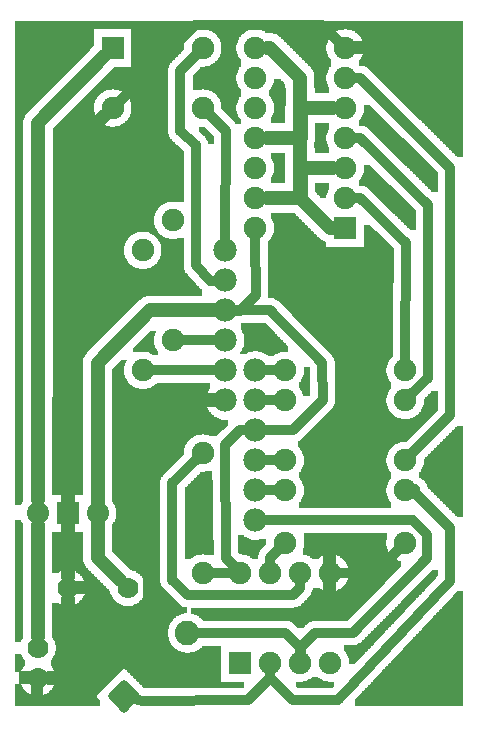
<source format=gbl>
G04 MADE WITH FRITZING*
G04 WWW.FRITZING.ORG*
G04 DOUBLE SIDED*
G04 HOLES PLATED*
G04 CONTOUR ON CENTER OF CONTOUR VECTOR*
%ASAXBY*%
%FSLAX23Y23*%
%MOIN*%
%OFA0B0*%
%SFA1.0B1.0*%
%ADD10C,0.075000*%
%ADD11C,0.078000*%
%ADD12C,0.074000*%
%ADD13C,0.070000*%
%ADD14C,0.082000*%
%ADD15R,0.075000X0.075000*%
%ADD16C,0.032000*%
%ADD17C,0.048000*%
%ADD18C,0.024000*%
%ADD19C,0.020000*%
%ADD20R,0.001000X0.001000*%
%LNCOPPER0*%
G90*
G70*
G54D10*
X1278Y2245D03*
X958Y1489D03*
X1462Y847D03*
X1202Y549D03*
X1461Y289D03*
X440Y1032D03*
X366Y2233D03*
X666Y2233D03*
X366Y2033D03*
X666Y2033D03*
G54D11*
X741Y1558D03*
X741Y1458D03*
X741Y1358D03*
X741Y1258D03*
X741Y1158D03*
X741Y1058D03*
X841Y1158D03*
X841Y1058D03*
X841Y958D03*
X841Y858D03*
X841Y758D03*
X841Y658D03*
G54D10*
X566Y1658D03*
X566Y1258D03*
G54D12*
X116Y683D03*
X216Y683D03*
X316Y683D03*
G54D13*
X216Y433D03*
X416Y433D03*
X116Y133D03*
X116Y233D03*
G54D10*
X791Y183D03*
X791Y483D03*
X891Y183D03*
X891Y483D03*
X991Y183D03*
X991Y483D03*
X1091Y183D03*
X1091Y483D03*
G54D14*
X405Y72D03*
X615Y283D03*
G54D10*
X941Y758D03*
X1341Y758D03*
X666Y483D03*
X666Y883D03*
X941Y583D03*
X1341Y583D03*
X1141Y1633D03*
X841Y1633D03*
X1141Y1733D03*
X841Y1733D03*
X1141Y1833D03*
X841Y1833D03*
X1141Y1933D03*
X841Y1933D03*
X1141Y2033D03*
X841Y2033D03*
X1141Y2133D03*
X841Y2133D03*
X1141Y2233D03*
X841Y2233D03*
X466Y1558D03*
X466Y1158D03*
X1341Y858D03*
X941Y858D03*
X1341Y1058D03*
X941Y1058D03*
X1341Y1158D03*
X941Y1158D03*
G54D15*
X366Y2233D03*
X791Y183D03*
X1141Y1633D03*
G54D16*
X891Y1358D02*
X1065Y1182D01*
D02*
X1066Y1058D02*
X966Y958D01*
D02*
X966Y958D02*
X876Y958D01*
D02*
X1065Y1182D02*
X1066Y1058D01*
D02*
X776Y1358D02*
X891Y1358D01*
D02*
X791Y1356D02*
X776Y1357D01*
D02*
X843Y1408D02*
X791Y1356D01*
D02*
X841Y1599D02*
X843Y1408D01*
G54D17*
D02*
X491Y882D02*
X491Y383D01*
D02*
X491Y383D02*
X466Y358D01*
D02*
X466Y358D02*
X216Y133D01*
D02*
X216Y133D02*
X153Y133D01*
D02*
X665Y1060D02*
X491Y882D01*
D02*
X700Y1059D02*
X665Y1060D01*
G54D16*
D02*
X500Y1158D02*
X705Y1158D01*
D02*
X876Y758D02*
X907Y758D01*
D02*
X643Y1508D02*
X691Y1456D01*
D02*
X643Y1908D02*
X643Y1508D01*
D02*
X591Y1956D02*
X643Y1908D01*
D02*
X691Y1456D02*
X705Y1457D01*
D02*
X591Y2156D02*
X591Y1956D01*
D02*
X642Y2208D02*
X591Y2156D01*
D02*
X743Y1956D02*
X690Y2009D01*
D02*
X741Y1594D02*
X743Y1956D01*
D02*
X600Y1258D02*
X705Y1258D01*
D02*
X1191Y2133D02*
X1175Y2133D01*
D02*
X1491Y1008D02*
X1491Y1834D01*
D02*
X1491Y1834D02*
X1191Y2133D01*
D02*
X1365Y882D02*
X1491Y1008D01*
D02*
X1191Y1933D02*
X1175Y1933D01*
D02*
X1416Y1133D02*
X1417Y1708D01*
D02*
X1417Y1708D02*
X1191Y1933D01*
D02*
X1365Y1082D02*
X1416Y1133D01*
D02*
X1343Y1582D02*
X1191Y1733D01*
D02*
X1191Y1733D02*
X1175Y1733D01*
D02*
X1341Y1192D02*
X1343Y1582D01*
D02*
X743Y534D02*
X767Y508D01*
D02*
X739Y908D02*
X743Y534D01*
D02*
X791Y958D02*
X739Y908D01*
D02*
X805Y958D02*
X791Y958D01*
G54D17*
D02*
X316Y1183D02*
X491Y1358D01*
D02*
X316Y533D02*
X316Y1183D01*
D02*
X389Y459D02*
X316Y533D01*
D02*
X491Y1358D02*
X700Y1358D01*
G54D16*
D02*
X991Y234D02*
X991Y217D01*
D02*
X1167Y284D02*
X1041Y282D01*
D02*
X1041Y282D02*
X991Y234D01*
D02*
X1415Y534D02*
X1167Y284D01*
D02*
X1415Y608D02*
X1415Y534D01*
D02*
X1367Y658D02*
X1415Y608D01*
D02*
X876Y658D02*
X1367Y658D01*
G54D17*
D02*
X217Y1882D02*
X216Y725D01*
D02*
X338Y2005D02*
X217Y1882D01*
D02*
X117Y1982D02*
X116Y725D01*
D02*
X338Y2205D02*
X117Y1982D01*
G54D16*
D02*
X907Y858D02*
X876Y858D01*
D02*
X907Y1058D02*
X876Y1058D01*
D02*
X907Y1158D02*
X876Y1158D01*
D02*
X639Y2308D02*
X390Y2057D01*
D02*
X1065Y2308D02*
X639Y2308D01*
D02*
X1116Y2257D02*
X1065Y2308D01*
G54D17*
D02*
X216Y641D02*
X216Y470D01*
D02*
X116Y641D02*
X116Y270D01*
D02*
X316Y533D02*
X316Y641D01*
D02*
X389Y459D02*
X316Y533D01*
G54D16*
D02*
X1241Y482D02*
X1317Y559D01*
D02*
X1125Y483D02*
X1241Y482D01*
D02*
X1117Y60D02*
X966Y58D01*
D02*
X1365Y760D02*
X1491Y634D01*
D02*
X1491Y456D02*
X1117Y60D01*
D02*
X1491Y634D02*
X1491Y456D01*
D02*
X1375Y761D02*
X1365Y760D01*
D02*
X891Y133D02*
X891Y149D01*
D02*
X966Y58D02*
X891Y133D01*
D02*
X993Y231D02*
X992Y217D01*
D02*
X941Y283D02*
X993Y231D01*
D02*
X665Y282D02*
X941Y283D01*
D02*
X653Y282D02*
X665Y282D01*
D02*
X700Y483D02*
X757Y483D01*
D02*
X565Y782D02*
X642Y859D01*
D02*
X991Y433D02*
X967Y408D01*
D02*
X565Y460D02*
X565Y782D01*
D02*
X617Y408D02*
X565Y460D01*
D02*
X967Y408D02*
X617Y408D01*
D02*
X991Y449D02*
X991Y433D01*
D02*
X916Y559D02*
X891Y534D01*
D02*
X891Y534D02*
X891Y517D01*
D02*
X891Y131D02*
X891Y149D01*
D02*
X465Y56D02*
X816Y58D01*
D02*
X441Y62D02*
X465Y56D01*
D02*
X816Y58D02*
X891Y131D01*
G54D17*
D02*
X216Y133D02*
X153Y133D01*
D02*
X216Y396D02*
X216Y133D01*
D02*
X990Y1834D02*
X1101Y1833D01*
D02*
X990Y1734D02*
X990Y1834D01*
D02*
X1090Y1634D02*
X990Y1734D01*
D02*
X1101Y1633D02*
X1090Y1634D01*
D02*
X990Y1834D02*
X1101Y1833D01*
D02*
X990Y2034D02*
X990Y1834D01*
D02*
X1101Y2033D02*
X990Y2034D01*
D02*
X990Y1934D02*
X880Y1933D01*
D02*
X992Y1734D02*
X990Y1934D01*
D02*
X880Y1733D02*
X992Y1734D01*
D02*
X992Y1934D02*
X990Y2134D01*
D02*
X890Y2234D02*
X880Y2233D01*
D02*
X990Y2134D02*
X890Y2234D01*
D02*
X880Y1933D02*
X992Y1934D01*
G54D18*
D02*
X992Y1834D02*
X1112Y1833D01*
D02*
X992Y1934D02*
X992Y1834D01*
D02*
X869Y1933D02*
X992Y1934D01*
G36*
X94Y121D02*
X135Y121D01*
X135Y95D01*
X94Y95D01*
X94Y121D01*
G37*
D02*
G36*
X71Y156D02*
X99Y156D01*
X99Y115D01*
X71Y115D01*
X71Y156D01*
G37*
D02*
G36*
X1067Y529D02*
X1110Y529D01*
X1110Y503D01*
X1067Y503D01*
X1067Y529D01*
G37*
D02*
G36*
X1067Y469D02*
X1110Y469D01*
X1110Y441D01*
X1067Y441D01*
X1067Y469D01*
G37*
D02*
G36*
X40Y2322D02*
X40Y2296D01*
X1146Y2296D01*
X1146Y2294D01*
X1156Y2294D01*
X1156Y2292D01*
X1164Y2292D01*
X1164Y2290D01*
X1168Y2290D01*
X1168Y2288D01*
X1172Y2288D01*
X1172Y2286D01*
X1174Y2286D01*
X1174Y2284D01*
X1178Y2284D01*
X1178Y2282D01*
X1180Y2282D01*
X1180Y2280D01*
X1182Y2280D01*
X1182Y2278D01*
X1184Y2278D01*
X1184Y2276D01*
X1186Y2276D01*
X1186Y2274D01*
X1188Y2274D01*
X1188Y2272D01*
X1190Y2272D01*
X1190Y2270D01*
X1192Y2270D01*
X1192Y2266D01*
X1194Y2266D01*
X1194Y2264D01*
X1196Y2264D01*
X1196Y2260D01*
X1198Y2260D01*
X1198Y2256D01*
X1200Y2256D01*
X1200Y2248D01*
X1202Y2248D01*
X1202Y2236D01*
X1204Y2236D01*
X1204Y2228D01*
X1202Y2228D01*
X1202Y2216D01*
X1200Y2216D01*
X1200Y2210D01*
X1198Y2210D01*
X1198Y2206D01*
X1196Y2206D01*
X1196Y2202D01*
X1194Y2202D01*
X1194Y2198D01*
X1192Y2198D01*
X1192Y2196D01*
X1190Y2196D01*
X1190Y2194D01*
X1188Y2194D01*
X1188Y2174D01*
X1198Y2174D01*
X1198Y2172D01*
X1206Y2172D01*
X1206Y2170D01*
X1210Y2170D01*
X1210Y2168D01*
X1214Y2168D01*
X1214Y2166D01*
X1216Y2166D01*
X1216Y2164D01*
X1218Y2164D01*
X1218Y2162D01*
X1220Y2162D01*
X1220Y2160D01*
X1222Y2160D01*
X1222Y2158D01*
X1224Y2158D01*
X1224Y2156D01*
X1226Y2156D01*
X1226Y2154D01*
X1228Y2154D01*
X1228Y2152D01*
X1230Y2152D01*
X1230Y2150D01*
X1232Y2150D01*
X1232Y2148D01*
X1234Y2148D01*
X1234Y2146D01*
X1236Y2146D01*
X1236Y2144D01*
X1238Y2144D01*
X1238Y2142D01*
X1240Y2142D01*
X1240Y2140D01*
X1242Y2140D01*
X1242Y2138D01*
X1244Y2138D01*
X1244Y2136D01*
X1246Y2136D01*
X1246Y2134D01*
X1248Y2134D01*
X1248Y2132D01*
X1250Y2132D01*
X1250Y2130D01*
X1252Y2130D01*
X1252Y2128D01*
X1254Y2128D01*
X1254Y2126D01*
X1256Y2126D01*
X1256Y2124D01*
X1258Y2124D01*
X1258Y2122D01*
X1260Y2122D01*
X1260Y2120D01*
X1262Y2120D01*
X1262Y2118D01*
X1264Y2118D01*
X1264Y2116D01*
X1266Y2116D01*
X1266Y2114D01*
X1268Y2114D01*
X1268Y2112D01*
X1270Y2112D01*
X1270Y2110D01*
X1272Y2110D01*
X1272Y2108D01*
X1274Y2108D01*
X1274Y2106D01*
X1276Y2106D01*
X1276Y2104D01*
X1278Y2104D01*
X1278Y2102D01*
X1280Y2102D01*
X1280Y2100D01*
X1282Y2100D01*
X1282Y2098D01*
X1284Y2098D01*
X1284Y2096D01*
X1286Y2096D01*
X1286Y2094D01*
X1288Y2094D01*
X1288Y2092D01*
X1290Y2092D01*
X1290Y2090D01*
X1292Y2090D01*
X1292Y2088D01*
X1294Y2088D01*
X1294Y2086D01*
X1296Y2086D01*
X1296Y2084D01*
X1298Y2084D01*
X1298Y2082D01*
X1300Y2082D01*
X1300Y2080D01*
X1302Y2080D01*
X1302Y2078D01*
X1304Y2078D01*
X1304Y2076D01*
X1306Y2076D01*
X1306Y2074D01*
X1308Y2074D01*
X1308Y2072D01*
X1310Y2072D01*
X1310Y2070D01*
X1312Y2070D01*
X1312Y2068D01*
X1314Y2068D01*
X1314Y2066D01*
X1316Y2066D01*
X1316Y2064D01*
X1318Y2064D01*
X1318Y2062D01*
X1320Y2062D01*
X1320Y2060D01*
X1322Y2060D01*
X1322Y2058D01*
X1324Y2058D01*
X1324Y2056D01*
X1326Y2056D01*
X1326Y2054D01*
X1328Y2054D01*
X1328Y2052D01*
X1330Y2052D01*
X1330Y2050D01*
X1332Y2050D01*
X1332Y2048D01*
X1334Y2048D01*
X1334Y2046D01*
X1336Y2046D01*
X1336Y2044D01*
X1338Y2044D01*
X1338Y2042D01*
X1340Y2042D01*
X1340Y2040D01*
X1342Y2040D01*
X1342Y2038D01*
X1344Y2038D01*
X1344Y2036D01*
X1346Y2036D01*
X1346Y2034D01*
X1348Y2034D01*
X1348Y2032D01*
X1350Y2032D01*
X1350Y2030D01*
X1352Y2030D01*
X1352Y2028D01*
X1354Y2028D01*
X1354Y2026D01*
X1356Y2026D01*
X1356Y2024D01*
X1358Y2024D01*
X1358Y2022D01*
X1360Y2022D01*
X1360Y2020D01*
X1362Y2020D01*
X1362Y2018D01*
X1364Y2018D01*
X1364Y2016D01*
X1366Y2016D01*
X1366Y2014D01*
X1368Y2014D01*
X1368Y2012D01*
X1370Y2012D01*
X1370Y2010D01*
X1372Y2010D01*
X1372Y2008D01*
X1374Y2008D01*
X1374Y2006D01*
X1376Y2006D01*
X1376Y2004D01*
X1378Y2004D01*
X1378Y2002D01*
X1380Y2002D01*
X1380Y2000D01*
X1382Y2000D01*
X1382Y1998D01*
X1384Y1998D01*
X1384Y1996D01*
X1388Y1996D01*
X1388Y1994D01*
X1390Y1994D01*
X1390Y1992D01*
X1392Y1992D01*
X1392Y1990D01*
X1394Y1990D01*
X1394Y1988D01*
X1396Y1988D01*
X1396Y1986D01*
X1398Y1986D01*
X1398Y1984D01*
X1400Y1984D01*
X1400Y1982D01*
X1402Y1982D01*
X1402Y1980D01*
X1404Y1980D01*
X1404Y1978D01*
X1406Y1978D01*
X1406Y1976D01*
X1408Y1976D01*
X1408Y1974D01*
X1410Y1974D01*
X1410Y1972D01*
X1412Y1972D01*
X1412Y1970D01*
X1414Y1970D01*
X1414Y1968D01*
X1416Y1968D01*
X1416Y1966D01*
X1418Y1966D01*
X1418Y1964D01*
X1420Y1964D01*
X1420Y1962D01*
X1422Y1962D01*
X1422Y1960D01*
X1424Y1960D01*
X1424Y1958D01*
X1426Y1958D01*
X1426Y1956D01*
X1428Y1956D01*
X1428Y1954D01*
X1430Y1954D01*
X1430Y1952D01*
X1432Y1952D01*
X1432Y1950D01*
X1434Y1950D01*
X1434Y1948D01*
X1436Y1948D01*
X1436Y1946D01*
X1438Y1946D01*
X1438Y1944D01*
X1440Y1944D01*
X1440Y1942D01*
X1442Y1942D01*
X1442Y1940D01*
X1444Y1940D01*
X1444Y1938D01*
X1446Y1938D01*
X1446Y1936D01*
X1448Y1936D01*
X1448Y1934D01*
X1450Y1934D01*
X1450Y1932D01*
X1452Y1932D01*
X1452Y1930D01*
X1454Y1930D01*
X1454Y1928D01*
X1456Y1928D01*
X1456Y1926D01*
X1458Y1926D01*
X1458Y1924D01*
X1460Y1924D01*
X1460Y1922D01*
X1462Y1922D01*
X1462Y1920D01*
X1464Y1920D01*
X1464Y1918D01*
X1466Y1918D01*
X1466Y1916D01*
X1468Y1916D01*
X1468Y1914D01*
X1470Y1914D01*
X1470Y1912D01*
X1472Y1912D01*
X1472Y1910D01*
X1474Y1910D01*
X1474Y1908D01*
X1476Y1908D01*
X1476Y1906D01*
X1478Y1906D01*
X1478Y1904D01*
X1480Y1904D01*
X1480Y1902D01*
X1482Y1902D01*
X1482Y1900D01*
X1484Y1900D01*
X1484Y1898D01*
X1486Y1898D01*
X1486Y1896D01*
X1488Y1896D01*
X1488Y1894D01*
X1490Y1894D01*
X1490Y1892D01*
X1492Y1892D01*
X1492Y1890D01*
X1494Y1890D01*
X1494Y1888D01*
X1496Y1888D01*
X1496Y1886D01*
X1498Y1886D01*
X1498Y1884D01*
X1500Y1884D01*
X1500Y1882D01*
X1502Y1882D01*
X1502Y1880D01*
X1504Y1880D01*
X1504Y1878D01*
X1506Y1878D01*
X1506Y1876D01*
X1508Y1876D01*
X1508Y1874D01*
X1510Y1874D01*
X1510Y1872D01*
X1512Y1872D01*
X1512Y1870D01*
X1514Y1870D01*
X1514Y1868D01*
X1534Y1868D01*
X1534Y2322D01*
X40Y2322D01*
G37*
D02*
G36*
X40Y2296D02*
X40Y708D01*
X60Y708D01*
X60Y712D01*
X62Y712D01*
X62Y714D01*
X64Y714D01*
X64Y718D01*
X66Y718D01*
X66Y1084D01*
X68Y1084D01*
X68Y1994D01*
X70Y1994D01*
X70Y2000D01*
X72Y2000D01*
X72Y2004D01*
X74Y2004D01*
X74Y2008D01*
X76Y2008D01*
X76Y2010D01*
X78Y2010D01*
X78Y2012D01*
X80Y2012D01*
X80Y2016D01*
X82Y2016D01*
X82Y2018D01*
X84Y2018D01*
X84Y2020D01*
X86Y2020D01*
X86Y2022D01*
X88Y2022D01*
X88Y2024D01*
X90Y2024D01*
X90Y2026D01*
X92Y2026D01*
X92Y2028D01*
X94Y2028D01*
X94Y2030D01*
X96Y2030D01*
X96Y2032D01*
X98Y2032D01*
X98Y2034D01*
X100Y2034D01*
X100Y2036D01*
X102Y2036D01*
X102Y2038D01*
X104Y2038D01*
X104Y2040D01*
X106Y2040D01*
X106Y2042D01*
X108Y2042D01*
X108Y2044D01*
X110Y2044D01*
X110Y2046D01*
X112Y2046D01*
X112Y2048D01*
X114Y2048D01*
X114Y2050D01*
X116Y2050D01*
X116Y2052D01*
X118Y2052D01*
X118Y2054D01*
X120Y2054D01*
X120Y2056D01*
X122Y2056D01*
X122Y2058D01*
X124Y2058D01*
X124Y2060D01*
X126Y2060D01*
X126Y2062D01*
X128Y2062D01*
X128Y2064D01*
X130Y2064D01*
X130Y2066D01*
X132Y2066D01*
X132Y2068D01*
X134Y2068D01*
X134Y2070D01*
X136Y2070D01*
X136Y2072D01*
X138Y2072D01*
X138Y2074D01*
X140Y2074D01*
X140Y2076D01*
X142Y2076D01*
X142Y2078D01*
X144Y2078D01*
X144Y2080D01*
X146Y2080D01*
X146Y2082D01*
X148Y2082D01*
X148Y2084D01*
X150Y2084D01*
X150Y2086D01*
X152Y2086D01*
X152Y2088D01*
X154Y2088D01*
X154Y2090D01*
X156Y2090D01*
X156Y2092D01*
X158Y2092D01*
X158Y2094D01*
X160Y2094D01*
X160Y2096D01*
X162Y2096D01*
X162Y2098D01*
X164Y2098D01*
X164Y2100D01*
X166Y2100D01*
X166Y2102D01*
X168Y2102D01*
X168Y2104D01*
X170Y2104D01*
X170Y2106D01*
X172Y2106D01*
X172Y2108D01*
X174Y2108D01*
X174Y2110D01*
X176Y2110D01*
X176Y2112D01*
X178Y2112D01*
X178Y2114D01*
X180Y2114D01*
X180Y2116D01*
X182Y2116D01*
X182Y2118D01*
X184Y2118D01*
X184Y2120D01*
X186Y2120D01*
X186Y2122D01*
X188Y2122D01*
X188Y2124D01*
X190Y2124D01*
X190Y2126D01*
X192Y2126D01*
X192Y2128D01*
X194Y2128D01*
X194Y2130D01*
X196Y2130D01*
X196Y2132D01*
X198Y2132D01*
X198Y2134D01*
X200Y2134D01*
X200Y2136D01*
X202Y2136D01*
X202Y2138D01*
X204Y2138D01*
X204Y2140D01*
X206Y2140D01*
X206Y2142D01*
X208Y2142D01*
X208Y2144D01*
X210Y2144D01*
X210Y2146D01*
X212Y2146D01*
X212Y2148D01*
X214Y2148D01*
X214Y2150D01*
X216Y2150D01*
X216Y2152D01*
X218Y2152D01*
X218Y2154D01*
X220Y2154D01*
X220Y2156D01*
X222Y2156D01*
X222Y2158D01*
X224Y2158D01*
X224Y2160D01*
X226Y2160D01*
X226Y2162D01*
X228Y2162D01*
X228Y2164D01*
X230Y2164D01*
X230Y2166D01*
X232Y2166D01*
X232Y2168D01*
X234Y2168D01*
X234Y2170D01*
X236Y2170D01*
X236Y2172D01*
X238Y2172D01*
X238Y2174D01*
X240Y2174D01*
X240Y2176D01*
X242Y2176D01*
X242Y2178D01*
X244Y2178D01*
X244Y2180D01*
X246Y2180D01*
X246Y2182D01*
X248Y2182D01*
X248Y2184D01*
X250Y2184D01*
X250Y2186D01*
X252Y2186D01*
X252Y2188D01*
X254Y2188D01*
X254Y2190D01*
X256Y2190D01*
X256Y2192D01*
X258Y2192D01*
X258Y2194D01*
X260Y2194D01*
X260Y2196D01*
X262Y2196D01*
X262Y2198D01*
X264Y2198D01*
X264Y2200D01*
X266Y2200D01*
X266Y2202D01*
X268Y2202D01*
X268Y2204D01*
X270Y2204D01*
X270Y2206D01*
X272Y2206D01*
X272Y2208D01*
X274Y2208D01*
X274Y2210D01*
X276Y2210D01*
X276Y2212D01*
X278Y2212D01*
X278Y2214D01*
X280Y2214D01*
X280Y2216D01*
X282Y2216D01*
X282Y2218D01*
X284Y2218D01*
X284Y2220D01*
X286Y2220D01*
X286Y2222D01*
X288Y2222D01*
X288Y2224D01*
X290Y2224D01*
X290Y2228D01*
X292Y2228D01*
X292Y2230D01*
X294Y2230D01*
X294Y2232D01*
X296Y2232D01*
X296Y2234D01*
X298Y2234D01*
X298Y2236D01*
X300Y2236D01*
X300Y2238D01*
X302Y2238D01*
X302Y2240D01*
X304Y2240D01*
X304Y2296D01*
X40Y2296D01*
G37*
D02*
G36*
X428Y2296D02*
X428Y2170D01*
X372Y2170D01*
X372Y2168D01*
X370Y2168D01*
X370Y2166D01*
X368Y2166D01*
X368Y2164D01*
X366Y2164D01*
X366Y2162D01*
X364Y2162D01*
X364Y2160D01*
X362Y2160D01*
X362Y2158D01*
X360Y2158D01*
X360Y2156D01*
X358Y2156D01*
X358Y2154D01*
X356Y2154D01*
X356Y2152D01*
X354Y2152D01*
X354Y2150D01*
X352Y2150D01*
X352Y2148D01*
X350Y2148D01*
X350Y2146D01*
X348Y2146D01*
X348Y2144D01*
X346Y2144D01*
X346Y2142D01*
X344Y2142D01*
X344Y2140D01*
X342Y2140D01*
X342Y2138D01*
X340Y2138D01*
X340Y2136D01*
X338Y2136D01*
X338Y2134D01*
X336Y2134D01*
X336Y2132D01*
X334Y2132D01*
X334Y2130D01*
X332Y2130D01*
X332Y2128D01*
X330Y2128D01*
X330Y2126D01*
X328Y2126D01*
X328Y2124D01*
X326Y2124D01*
X326Y2122D01*
X324Y2122D01*
X324Y2120D01*
X322Y2120D01*
X322Y2118D01*
X320Y2118D01*
X320Y2116D01*
X318Y2116D01*
X318Y2114D01*
X316Y2114D01*
X316Y2112D01*
X314Y2112D01*
X314Y2110D01*
X312Y2110D01*
X312Y2108D01*
X310Y2108D01*
X310Y2106D01*
X308Y2106D01*
X308Y2104D01*
X306Y2104D01*
X306Y2102D01*
X304Y2102D01*
X304Y2100D01*
X302Y2100D01*
X302Y2098D01*
X300Y2098D01*
X300Y2096D01*
X370Y2096D01*
X370Y2094D01*
X382Y2094D01*
X382Y2092D01*
X388Y2092D01*
X388Y2090D01*
X392Y2090D01*
X392Y2088D01*
X396Y2088D01*
X396Y2086D01*
X400Y2086D01*
X400Y2084D01*
X402Y2084D01*
X402Y2082D01*
X406Y2082D01*
X406Y2080D01*
X408Y2080D01*
X408Y2078D01*
X410Y2078D01*
X410Y2076D01*
X412Y2076D01*
X412Y2074D01*
X414Y2074D01*
X414Y2070D01*
X416Y2070D01*
X416Y2068D01*
X418Y2068D01*
X418Y2066D01*
X420Y2066D01*
X420Y2062D01*
X422Y2062D01*
X422Y2058D01*
X424Y2058D01*
X424Y2052D01*
X426Y2052D01*
X426Y2046D01*
X428Y2046D01*
X428Y2020D01*
X426Y2020D01*
X426Y2014D01*
X424Y2014D01*
X424Y2008D01*
X422Y2008D01*
X422Y2004D01*
X420Y2004D01*
X420Y2000D01*
X418Y2000D01*
X418Y1998D01*
X416Y1998D01*
X416Y1994D01*
X414Y1994D01*
X414Y1992D01*
X412Y1992D01*
X412Y1990D01*
X410Y1990D01*
X410Y1988D01*
X408Y1988D01*
X408Y1986D01*
X406Y1986D01*
X406Y1984D01*
X404Y1984D01*
X404Y1982D01*
X400Y1982D01*
X400Y1980D01*
X398Y1980D01*
X398Y1978D01*
X394Y1978D01*
X394Y1976D01*
X390Y1976D01*
X390Y1974D01*
X384Y1974D01*
X384Y1972D01*
X374Y1972D01*
X374Y1970D01*
X550Y1970D01*
X550Y2166D01*
X552Y2166D01*
X552Y2172D01*
X554Y2172D01*
X554Y2176D01*
X556Y2176D01*
X556Y2180D01*
X558Y2180D01*
X558Y2182D01*
X560Y2182D01*
X560Y2184D01*
X562Y2184D01*
X562Y2186D01*
X564Y2186D01*
X564Y2188D01*
X566Y2188D01*
X566Y2190D01*
X568Y2190D01*
X568Y2192D01*
X570Y2192D01*
X570Y2194D01*
X572Y2194D01*
X572Y2196D01*
X574Y2196D01*
X574Y2198D01*
X576Y2198D01*
X576Y2200D01*
X578Y2200D01*
X578Y2202D01*
X580Y2202D01*
X580Y2204D01*
X582Y2204D01*
X582Y2206D01*
X584Y2206D01*
X584Y2208D01*
X586Y2208D01*
X586Y2210D01*
X588Y2210D01*
X588Y2212D01*
X590Y2212D01*
X590Y2214D01*
X592Y2214D01*
X592Y2216D01*
X594Y2216D01*
X594Y2218D01*
X596Y2218D01*
X596Y2222D01*
X598Y2222D01*
X598Y2224D01*
X600Y2224D01*
X600Y2226D01*
X602Y2226D01*
X602Y2228D01*
X604Y2228D01*
X604Y2248D01*
X606Y2248D01*
X606Y2254D01*
X608Y2254D01*
X608Y2258D01*
X610Y2258D01*
X610Y2262D01*
X612Y2262D01*
X612Y2266D01*
X614Y2266D01*
X614Y2268D01*
X616Y2268D01*
X616Y2272D01*
X618Y2272D01*
X618Y2274D01*
X620Y2274D01*
X620Y2276D01*
X622Y2276D01*
X622Y2278D01*
X624Y2278D01*
X624Y2280D01*
X626Y2280D01*
X626Y2282D01*
X628Y2282D01*
X628Y2284D01*
X632Y2284D01*
X632Y2286D01*
X636Y2286D01*
X636Y2288D01*
X638Y2288D01*
X638Y2290D01*
X644Y2290D01*
X644Y2292D01*
X650Y2292D01*
X650Y2294D01*
X662Y2294D01*
X662Y2296D01*
X428Y2296D01*
G37*
D02*
G36*
X670Y2296D02*
X670Y2294D01*
X682Y2294D01*
X682Y2292D01*
X688Y2292D01*
X688Y2290D01*
X692Y2290D01*
X692Y2288D01*
X696Y2288D01*
X696Y2286D01*
X700Y2286D01*
X700Y2284D01*
X702Y2284D01*
X702Y2282D01*
X706Y2282D01*
X706Y2280D01*
X708Y2280D01*
X708Y2278D01*
X710Y2278D01*
X710Y2276D01*
X712Y2276D01*
X712Y2274D01*
X714Y2274D01*
X714Y2270D01*
X716Y2270D01*
X716Y2268D01*
X718Y2268D01*
X718Y2266D01*
X720Y2266D01*
X720Y2262D01*
X722Y2262D01*
X722Y2258D01*
X724Y2258D01*
X724Y2252D01*
X726Y2252D01*
X726Y2246D01*
X728Y2246D01*
X728Y2220D01*
X726Y2220D01*
X726Y2214D01*
X724Y2214D01*
X724Y2208D01*
X722Y2208D01*
X722Y2204D01*
X720Y2204D01*
X720Y2200D01*
X718Y2200D01*
X718Y2198D01*
X716Y2198D01*
X716Y2194D01*
X714Y2194D01*
X714Y2192D01*
X712Y2192D01*
X712Y2190D01*
X710Y2190D01*
X710Y2188D01*
X708Y2188D01*
X708Y2186D01*
X706Y2186D01*
X706Y2184D01*
X704Y2184D01*
X704Y2182D01*
X700Y2182D01*
X700Y2180D01*
X698Y2180D01*
X698Y2178D01*
X694Y2178D01*
X694Y2176D01*
X690Y2176D01*
X690Y2174D01*
X684Y2174D01*
X684Y2172D01*
X674Y2172D01*
X674Y2170D01*
X660Y2170D01*
X660Y2168D01*
X658Y2168D01*
X658Y2166D01*
X656Y2166D01*
X656Y2164D01*
X654Y2164D01*
X654Y2160D01*
X652Y2160D01*
X652Y2158D01*
X650Y2158D01*
X650Y2156D01*
X648Y2156D01*
X648Y2154D01*
X646Y2154D01*
X646Y2152D01*
X644Y2152D01*
X644Y2150D01*
X642Y2150D01*
X642Y2148D01*
X640Y2148D01*
X640Y2146D01*
X638Y2146D01*
X638Y2144D01*
X636Y2144D01*
X636Y2142D01*
X634Y2142D01*
X634Y2140D01*
X632Y2140D01*
X632Y2096D01*
X670Y2096D01*
X670Y2094D01*
X682Y2094D01*
X682Y2092D01*
X688Y2092D01*
X688Y2090D01*
X692Y2090D01*
X692Y2088D01*
X696Y2088D01*
X696Y2086D01*
X700Y2086D01*
X700Y2084D01*
X702Y2084D01*
X702Y2082D01*
X706Y2082D01*
X706Y2080D01*
X708Y2080D01*
X708Y2078D01*
X710Y2078D01*
X710Y2076D01*
X712Y2076D01*
X712Y2074D01*
X714Y2074D01*
X714Y2070D01*
X716Y2070D01*
X716Y2068D01*
X718Y2068D01*
X718Y2066D01*
X720Y2066D01*
X720Y2062D01*
X722Y2062D01*
X722Y2058D01*
X724Y2058D01*
X724Y2052D01*
X726Y2052D01*
X726Y2046D01*
X728Y2046D01*
X728Y2028D01*
X730Y2028D01*
X730Y2026D01*
X732Y2026D01*
X732Y2024D01*
X734Y2024D01*
X734Y2022D01*
X736Y2022D01*
X736Y2020D01*
X738Y2020D01*
X738Y2018D01*
X740Y2018D01*
X740Y2016D01*
X742Y2016D01*
X742Y2014D01*
X744Y2014D01*
X744Y2012D01*
X746Y2012D01*
X746Y2010D01*
X748Y2010D01*
X748Y2008D01*
X750Y2008D01*
X750Y2006D01*
X752Y2006D01*
X752Y2004D01*
X754Y2004D01*
X754Y2002D01*
X756Y2002D01*
X756Y2000D01*
X758Y2000D01*
X758Y1998D01*
X760Y1998D01*
X760Y1996D01*
X762Y1996D01*
X762Y1994D01*
X764Y1994D01*
X764Y1992D01*
X766Y1992D01*
X766Y1990D01*
X768Y1990D01*
X768Y1988D01*
X770Y1988D01*
X770Y1986D01*
X772Y1986D01*
X772Y1984D01*
X774Y1984D01*
X774Y1980D01*
X794Y1980D01*
X794Y1992D01*
X792Y1992D01*
X792Y1996D01*
X790Y1996D01*
X790Y1998D01*
X788Y1998D01*
X788Y2002D01*
X786Y2002D01*
X786Y2004D01*
X784Y2004D01*
X784Y2008D01*
X782Y2008D01*
X782Y2014D01*
X780Y2014D01*
X780Y2024D01*
X778Y2024D01*
X778Y2042D01*
X780Y2042D01*
X780Y2050D01*
X782Y2050D01*
X782Y2056D01*
X784Y2056D01*
X784Y2060D01*
X786Y2060D01*
X786Y2064D01*
X788Y2064D01*
X788Y2068D01*
X790Y2068D01*
X790Y2070D01*
X792Y2070D01*
X792Y2072D01*
X794Y2072D01*
X794Y2092D01*
X792Y2092D01*
X792Y2096D01*
X790Y2096D01*
X790Y2098D01*
X788Y2098D01*
X788Y2102D01*
X786Y2102D01*
X786Y2104D01*
X784Y2104D01*
X784Y2108D01*
X782Y2108D01*
X782Y2114D01*
X780Y2114D01*
X780Y2124D01*
X778Y2124D01*
X778Y2142D01*
X780Y2142D01*
X780Y2150D01*
X782Y2150D01*
X782Y2156D01*
X784Y2156D01*
X784Y2160D01*
X786Y2160D01*
X786Y2164D01*
X788Y2164D01*
X788Y2168D01*
X790Y2168D01*
X790Y2170D01*
X792Y2170D01*
X792Y2172D01*
X794Y2172D01*
X794Y2192D01*
X792Y2192D01*
X792Y2196D01*
X790Y2196D01*
X790Y2198D01*
X788Y2198D01*
X788Y2202D01*
X786Y2202D01*
X786Y2204D01*
X784Y2204D01*
X784Y2208D01*
X782Y2208D01*
X782Y2214D01*
X780Y2214D01*
X780Y2224D01*
X778Y2224D01*
X778Y2242D01*
X780Y2242D01*
X780Y2250D01*
X782Y2250D01*
X782Y2256D01*
X784Y2256D01*
X784Y2260D01*
X786Y2260D01*
X786Y2264D01*
X788Y2264D01*
X788Y2268D01*
X790Y2268D01*
X790Y2270D01*
X792Y2270D01*
X792Y2272D01*
X794Y2272D01*
X794Y2276D01*
X796Y2276D01*
X796Y2278D01*
X798Y2278D01*
X798Y2280D01*
X802Y2280D01*
X802Y2282D01*
X804Y2282D01*
X804Y2284D01*
X806Y2284D01*
X806Y2286D01*
X810Y2286D01*
X810Y2288D01*
X814Y2288D01*
X814Y2290D01*
X818Y2290D01*
X818Y2292D01*
X824Y2292D01*
X824Y2294D01*
X836Y2294D01*
X836Y2296D01*
X670Y2296D01*
G37*
D02*
G36*
X846Y2296D02*
X846Y2294D01*
X856Y2294D01*
X856Y2292D01*
X864Y2292D01*
X864Y2290D01*
X868Y2290D01*
X868Y2288D01*
X872Y2288D01*
X872Y2286D01*
X874Y2286D01*
X874Y2284D01*
X878Y2284D01*
X878Y2282D01*
X900Y2282D01*
X900Y2280D01*
X908Y2280D01*
X908Y2278D01*
X912Y2278D01*
X912Y2276D01*
X916Y2276D01*
X916Y2274D01*
X918Y2274D01*
X918Y2272D01*
X920Y2272D01*
X920Y2270D01*
X924Y2270D01*
X924Y2268D01*
X926Y2268D01*
X926Y2266D01*
X928Y2266D01*
X928Y2264D01*
X930Y2264D01*
X930Y2262D01*
X932Y2262D01*
X932Y2260D01*
X934Y2260D01*
X934Y2258D01*
X936Y2258D01*
X936Y2256D01*
X938Y2256D01*
X938Y2254D01*
X940Y2254D01*
X940Y2252D01*
X942Y2252D01*
X942Y2250D01*
X944Y2250D01*
X944Y2248D01*
X946Y2248D01*
X946Y2246D01*
X948Y2246D01*
X948Y2244D01*
X950Y2244D01*
X950Y2242D01*
X952Y2242D01*
X952Y2240D01*
X954Y2240D01*
X954Y2238D01*
X956Y2238D01*
X956Y2236D01*
X958Y2236D01*
X958Y2234D01*
X960Y2234D01*
X960Y2232D01*
X962Y2232D01*
X962Y2230D01*
X964Y2230D01*
X964Y2228D01*
X966Y2228D01*
X966Y2226D01*
X968Y2226D01*
X968Y2224D01*
X970Y2224D01*
X970Y2222D01*
X972Y2222D01*
X972Y2220D01*
X974Y2220D01*
X974Y2218D01*
X976Y2218D01*
X976Y2216D01*
X978Y2216D01*
X978Y2214D01*
X980Y2214D01*
X980Y2212D01*
X982Y2212D01*
X982Y2210D01*
X984Y2210D01*
X984Y2208D01*
X986Y2208D01*
X986Y2206D01*
X988Y2206D01*
X988Y2204D01*
X990Y2204D01*
X990Y2202D01*
X992Y2202D01*
X992Y2200D01*
X994Y2200D01*
X994Y2198D01*
X996Y2198D01*
X996Y2196D01*
X998Y2196D01*
X998Y2194D01*
X1000Y2194D01*
X1000Y2192D01*
X1002Y2192D01*
X1002Y2190D01*
X1004Y2190D01*
X1004Y2188D01*
X1006Y2188D01*
X1006Y2186D01*
X1008Y2186D01*
X1008Y2184D01*
X1010Y2184D01*
X1010Y2182D01*
X1012Y2182D01*
X1012Y2180D01*
X1014Y2180D01*
X1014Y2178D01*
X1016Y2178D01*
X1016Y2176D01*
X1018Y2176D01*
X1018Y2174D01*
X1020Y2174D01*
X1020Y2172D01*
X1022Y2172D01*
X1022Y2170D01*
X1024Y2170D01*
X1024Y2168D01*
X1026Y2168D01*
X1026Y2164D01*
X1028Y2164D01*
X1028Y2162D01*
X1030Y2162D01*
X1030Y2160D01*
X1032Y2160D01*
X1032Y2156D01*
X1034Y2156D01*
X1034Y2152D01*
X1036Y2152D01*
X1036Y2146D01*
X1038Y2146D01*
X1038Y2100D01*
X1040Y2100D01*
X1040Y2082D01*
X1088Y2082D01*
X1088Y2102D01*
X1086Y2102D01*
X1086Y2104D01*
X1084Y2104D01*
X1084Y2108D01*
X1082Y2108D01*
X1082Y2114D01*
X1080Y2114D01*
X1080Y2124D01*
X1078Y2124D01*
X1078Y2142D01*
X1080Y2142D01*
X1080Y2150D01*
X1082Y2150D01*
X1082Y2156D01*
X1084Y2156D01*
X1084Y2160D01*
X1086Y2160D01*
X1086Y2164D01*
X1088Y2164D01*
X1088Y2168D01*
X1090Y2168D01*
X1090Y2170D01*
X1092Y2170D01*
X1092Y2172D01*
X1094Y2172D01*
X1094Y2192D01*
X1092Y2192D01*
X1092Y2196D01*
X1090Y2196D01*
X1090Y2198D01*
X1088Y2198D01*
X1088Y2202D01*
X1086Y2202D01*
X1086Y2204D01*
X1084Y2204D01*
X1084Y2208D01*
X1082Y2208D01*
X1082Y2214D01*
X1080Y2214D01*
X1080Y2224D01*
X1078Y2224D01*
X1078Y2242D01*
X1080Y2242D01*
X1080Y2250D01*
X1082Y2250D01*
X1082Y2256D01*
X1084Y2256D01*
X1084Y2260D01*
X1086Y2260D01*
X1086Y2264D01*
X1088Y2264D01*
X1088Y2268D01*
X1090Y2268D01*
X1090Y2270D01*
X1092Y2270D01*
X1092Y2272D01*
X1094Y2272D01*
X1094Y2276D01*
X1096Y2276D01*
X1096Y2278D01*
X1098Y2278D01*
X1098Y2280D01*
X1102Y2280D01*
X1102Y2282D01*
X1104Y2282D01*
X1104Y2284D01*
X1106Y2284D01*
X1106Y2286D01*
X1110Y2286D01*
X1110Y2288D01*
X1114Y2288D01*
X1114Y2290D01*
X1118Y2290D01*
X1118Y2292D01*
X1124Y2292D01*
X1124Y2294D01*
X1136Y2294D01*
X1136Y2296D01*
X846Y2296D01*
G37*
D02*
G36*
X298Y2096D02*
X298Y2094D01*
X296Y2094D01*
X296Y2092D01*
X294Y2092D01*
X294Y2090D01*
X292Y2090D01*
X292Y2088D01*
X290Y2088D01*
X290Y2086D01*
X288Y2086D01*
X288Y2084D01*
X286Y2084D01*
X286Y2082D01*
X284Y2082D01*
X284Y2080D01*
X282Y2080D01*
X282Y2078D01*
X280Y2078D01*
X280Y2076D01*
X278Y2076D01*
X278Y2074D01*
X276Y2074D01*
X276Y2072D01*
X274Y2072D01*
X274Y2070D01*
X272Y2070D01*
X272Y2068D01*
X270Y2068D01*
X270Y2066D01*
X268Y2066D01*
X268Y2064D01*
X266Y2064D01*
X266Y2062D01*
X264Y2062D01*
X264Y2060D01*
X262Y2060D01*
X262Y2058D01*
X260Y2058D01*
X260Y2056D01*
X258Y2056D01*
X258Y2054D01*
X256Y2054D01*
X256Y2052D01*
X254Y2052D01*
X254Y2050D01*
X252Y2050D01*
X252Y2048D01*
X250Y2048D01*
X250Y2046D01*
X248Y2046D01*
X248Y2044D01*
X246Y2044D01*
X246Y2042D01*
X244Y2042D01*
X244Y2040D01*
X242Y2040D01*
X242Y2038D01*
X240Y2038D01*
X240Y2036D01*
X238Y2036D01*
X238Y2034D01*
X236Y2034D01*
X236Y2032D01*
X234Y2032D01*
X234Y2030D01*
X232Y2030D01*
X232Y2028D01*
X230Y2028D01*
X230Y2026D01*
X228Y2026D01*
X228Y2024D01*
X226Y2024D01*
X226Y2022D01*
X224Y2022D01*
X224Y2020D01*
X222Y2020D01*
X222Y2018D01*
X220Y2018D01*
X220Y2016D01*
X218Y2016D01*
X218Y2014D01*
X216Y2014D01*
X216Y2012D01*
X214Y2012D01*
X214Y2010D01*
X212Y2010D01*
X212Y2008D01*
X210Y2008D01*
X210Y2006D01*
X208Y2006D01*
X208Y2004D01*
X206Y2004D01*
X206Y2002D01*
X204Y2002D01*
X204Y2000D01*
X202Y2000D01*
X202Y1998D01*
X200Y1998D01*
X200Y1996D01*
X198Y1996D01*
X198Y1994D01*
X196Y1994D01*
X196Y1992D01*
X194Y1992D01*
X194Y1990D01*
X192Y1990D01*
X192Y1988D01*
X190Y1988D01*
X190Y1986D01*
X188Y1986D01*
X188Y1984D01*
X186Y1984D01*
X186Y1982D01*
X184Y1982D01*
X184Y1980D01*
X182Y1980D01*
X182Y1978D01*
X180Y1978D01*
X180Y1976D01*
X178Y1976D01*
X178Y1974D01*
X176Y1974D01*
X176Y1972D01*
X174Y1972D01*
X174Y1970D01*
X356Y1970D01*
X356Y1972D01*
X348Y1972D01*
X348Y1974D01*
X342Y1974D01*
X342Y1976D01*
X338Y1976D01*
X338Y1978D01*
X334Y1978D01*
X334Y1980D01*
X332Y1980D01*
X332Y1982D01*
X328Y1982D01*
X328Y1984D01*
X326Y1984D01*
X326Y1986D01*
X324Y1986D01*
X324Y1988D01*
X322Y1988D01*
X322Y1990D01*
X320Y1990D01*
X320Y1992D01*
X318Y1992D01*
X318Y1994D01*
X316Y1994D01*
X316Y1996D01*
X314Y1996D01*
X314Y2000D01*
X312Y2000D01*
X312Y2002D01*
X310Y2002D01*
X310Y2006D01*
X308Y2006D01*
X308Y2012D01*
X306Y2012D01*
X306Y2018D01*
X304Y2018D01*
X304Y2048D01*
X306Y2048D01*
X306Y2054D01*
X308Y2054D01*
X308Y2058D01*
X310Y2058D01*
X310Y2062D01*
X312Y2062D01*
X312Y2066D01*
X314Y2066D01*
X314Y2068D01*
X316Y2068D01*
X316Y2072D01*
X318Y2072D01*
X318Y2074D01*
X320Y2074D01*
X320Y2076D01*
X322Y2076D01*
X322Y2078D01*
X324Y2078D01*
X324Y2080D01*
X326Y2080D01*
X326Y2082D01*
X328Y2082D01*
X328Y2084D01*
X332Y2084D01*
X332Y2086D01*
X336Y2086D01*
X336Y2088D01*
X338Y2088D01*
X338Y2090D01*
X344Y2090D01*
X344Y2092D01*
X350Y2092D01*
X350Y2094D01*
X362Y2094D01*
X362Y2096D01*
X298Y2096D01*
G37*
D02*
G36*
X632Y2096D02*
X632Y2094D01*
X662Y2094D01*
X662Y2096D01*
X632Y2096D01*
G37*
D02*
G36*
X172Y1970D02*
X172Y1968D01*
X550Y1968D01*
X550Y1970D01*
X172Y1970D01*
G37*
D02*
G36*
X172Y1970D02*
X172Y1968D01*
X550Y1968D01*
X550Y1970D01*
X172Y1970D01*
G37*
D02*
G36*
X170Y1968D02*
X170Y1966D01*
X168Y1966D01*
X168Y1962D01*
X166Y1962D01*
X166Y1720D01*
X578Y1720D01*
X578Y1718D01*
X602Y1718D01*
X602Y1890D01*
X600Y1890D01*
X600Y1892D01*
X598Y1892D01*
X598Y1894D01*
X596Y1894D01*
X596Y1896D01*
X594Y1896D01*
X594Y1898D01*
X592Y1898D01*
X592Y1900D01*
X590Y1900D01*
X590Y1902D01*
X588Y1902D01*
X588Y1904D01*
X586Y1904D01*
X586Y1906D01*
X584Y1906D01*
X584Y1908D01*
X580Y1908D01*
X580Y1910D01*
X578Y1910D01*
X578Y1912D01*
X576Y1912D01*
X576Y1914D01*
X574Y1914D01*
X574Y1916D01*
X572Y1916D01*
X572Y1918D01*
X570Y1918D01*
X570Y1920D01*
X568Y1920D01*
X568Y1922D01*
X566Y1922D01*
X566Y1924D01*
X564Y1924D01*
X564Y1926D01*
X562Y1926D01*
X562Y1928D01*
X560Y1928D01*
X560Y1930D01*
X558Y1930D01*
X558Y1932D01*
X556Y1932D01*
X556Y1936D01*
X554Y1936D01*
X554Y1940D01*
X552Y1940D01*
X552Y1946D01*
X550Y1946D01*
X550Y1968D01*
X170Y1968D01*
G37*
D02*
G36*
X166Y1720D02*
X166Y1620D01*
X478Y1620D01*
X478Y1618D01*
X486Y1618D01*
X486Y1616D01*
X490Y1616D01*
X490Y1614D01*
X494Y1614D01*
X494Y1612D01*
X498Y1612D01*
X498Y1610D01*
X502Y1610D01*
X502Y1608D01*
X504Y1608D01*
X504Y1606D01*
X506Y1606D01*
X506Y1604D01*
X508Y1604D01*
X508Y1602D01*
X510Y1602D01*
X510Y1600D01*
X512Y1600D01*
X512Y1598D01*
X514Y1598D01*
X514Y1596D01*
X552Y1596D01*
X552Y1598D01*
X544Y1598D01*
X544Y1600D01*
X540Y1600D01*
X540Y1602D01*
X536Y1602D01*
X536Y1604D01*
X532Y1604D01*
X532Y1606D01*
X530Y1606D01*
X530Y1608D01*
X526Y1608D01*
X526Y1610D01*
X524Y1610D01*
X524Y1612D01*
X522Y1612D01*
X522Y1614D01*
X520Y1614D01*
X520Y1616D01*
X518Y1616D01*
X518Y1618D01*
X516Y1618D01*
X516Y1622D01*
X514Y1622D01*
X514Y1624D01*
X512Y1624D01*
X512Y1628D01*
X510Y1628D01*
X510Y1632D01*
X508Y1632D01*
X508Y1636D01*
X506Y1636D01*
X506Y1644D01*
X504Y1644D01*
X504Y1672D01*
X506Y1672D01*
X506Y1678D01*
X508Y1678D01*
X508Y1684D01*
X510Y1684D01*
X510Y1688D01*
X512Y1688D01*
X512Y1690D01*
X514Y1690D01*
X514Y1694D01*
X516Y1694D01*
X516Y1696D01*
X518Y1696D01*
X518Y1700D01*
X520Y1700D01*
X520Y1702D01*
X522Y1702D01*
X522Y1704D01*
X524Y1704D01*
X524Y1706D01*
X528Y1706D01*
X528Y1708D01*
X530Y1708D01*
X530Y1710D01*
X534Y1710D01*
X534Y1712D01*
X536Y1712D01*
X536Y1714D01*
X540Y1714D01*
X540Y1716D01*
X546Y1716D01*
X546Y1718D01*
X554Y1718D01*
X554Y1720D01*
X166Y1720D01*
G37*
D02*
G36*
X166Y1620D02*
X166Y1496D01*
X452Y1496D01*
X452Y1498D01*
X444Y1498D01*
X444Y1500D01*
X440Y1500D01*
X440Y1502D01*
X436Y1502D01*
X436Y1504D01*
X432Y1504D01*
X432Y1506D01*
X430Y1506D01*
X430Y1508D01*
X426Y1508D01*
X426Y1510D01*
X424Y1510D01*
X424Y1512D01*
X422Y1512D01*
X422Y1514D01*
X420Y1514D01*
X420Y1516D01*
X418Y1516D01*
X418Y1518D01*
X416Y1518D01*
X416Y1522D01*
X414Y1522D01*
X414Y1524D01*
X412Y1524D01*
X412Y1528D01*
X410Y1528D01*
X410Y1532D01*
X408Y1532D01*
X408Y1536D01*
X406Y1536D01*
X406Y1544D01*
X404Y1544D01*
X404Y1572D01*
X406Y1572D01*
X406Y1578D01*
X408Y1578D01*
X408Y1584D01*
X410Y1584D01*
X410Y1588D01*
X412Y1588D01*
X412Y1590D01*
X414Y1590D01*
X414Y1594D01*
X416Y1594D01*
X416Y1596D01*
X418Y1596D01*
X418Y1600D01*
X420Y1600D01*
X420Y1602D01*
X422Y1602D01*
X422Y1604D01*
X424Y1604D01*
X424Y1606D01*
X428Y1606D01*
X428Y1608D01*
X430Y1608D01*
X430Y1610D01*
X434Y1610D01*
X434Y1612D01*
X436Y1612D01*
X436Y1614D01*
X440Y1614D01*
X440Y1616D01*
X446Y1616D01*
X446Y1618D01*
X454Y1618D01*
X454Y1620D01*
X166Y1620D01*
G37*
D02*
G36*
X580Y1598D02*
X580Y1596D01*
X602Y1596D01*
X602Y1598D01*
X580Y1598D01*
G37*
D02*
G36*
X516Y1596D02*
X516Y1594D01*
X602Y1594D01*
X602Y1596D01*
X516Y1596D01*
G37*
D02*
G36*
X516Y1596D02*
X516Y1594D01*
X602Y1594D01*
X602Y1596D01*
X516Y1596D01*
G37*
D02*
G36*
X518Y1594D02*
X518Y1590D01*
X520Y1590D01*
X520Y1586D01*
X522Y1586D01*
X522Y1582D01*
X524Y1582D01*
X524Y1578D01*
X526Y1578D01*
X526Y1570D01*
X528Y1570D01*
X528Y1546D01*
X526Y1546D01*
X526Y1538D01*
X524Y1538D01*
X524Y1532D01*
X522Y1532D01*
X522Y1528D01*
X520Y1528D01*
X520Y1526D01*
X518Y1526D01*
X518Y1522D01*
X516Y1522D01*
X516Y1520D01*
X514Y1520D01*
X514Y1518D01*
X512Y1518D01*
X512Y1514D01*
X510Y1514D01*
X510Y1512D01*
X508Y1512D01*
X508Y1510D01*
X504Y1510D01*
X504Y1508D01*
X502Y1508D01*
X502Y1506D01*
X498Y1506D01*
X498Y1504D01*
X496Y1504D01*
X496Y1502D01*
X492Y1502D01*
X492Y1500D01*
X486Y1500D01*
X486Y1498D01*
X480Y1498D01*
X480Y1496D01*
X604Y1496D01*
X604Y1498D01*
X602Y1498D01*
X602Y1594D01*
X518Y1594D01*
G37*
D02*
G36*
X166Y1496D02*
X166Y1494D01*
X604Y1494D01*
X604Y1496D01*
X166Y1496D01*
G37*
D02*
G36*
X166Y1496D02*
X166Y1494D01*
X604Y1494D01*
X604Y1496D01*
X166Y1496D01*
G37*
D02*
G36*
X166Y1494D02*
X166Y1070D01*
X164Y1070D01*
X164Y744D01*
X266Y744D01*
X266Y1188D01*
X268Y1188D01*
X268Y1198D01*
X270Y1198D01*
X270Y1202D01*
X272Y1202D01*
X272Y1206D01*
X274Y1206D01*
X274Y1210D01*
X276Y1210D01*
X276Y1212D01*
X278Y1212D01*
X278Y1214D01*
X280Y1214D01*
X280Y1218D01*
X282Y1218D01*
X282Y1220D01*
X284Y1220D01*
X284Y1222D01*
X286Y1222D01*
X286Y1224D01*
X288Y1224D01*
X288Y1226D01*
X290Y1226D01*
X290Y1228D01*
X292Y1228D01*
X292Y1230D01*
X294Y1230D01*
X294Y1232D01*
X296Y1232D01*
X296Y1234D01*
X298Y1234D01*
X298Y1236D01*
X300Y1236D01*
X300Y1238D01*
X302Y1238D01*
X302Y1240D01*
X304Y1240D01*
X304Y1242D01*
X306Y1242D01*
X306Y1244D01*
X308Y1244D01*
X308Y1246D01*
X310Y1246D01*
X310Y1248D01*
X312Y1248D01*
X312Y1250D01*
X314Y1250D01*
X314Y1252D01*
X316Y1252D01*
X316Y1254D01*
X318Y1254D01*
X318Y1256D01*
X320Y1256D01*
X320Y1258D01*
X322Y1258D01*
X322Y1260D01*
X324Y1260D01*
X324Y1262D01*
X326Y1262D01*
X326Y1264D01*
X328Y1264D01*
X328Y1266D01*
X330Y1266D01*
X330Y1268D01*
X332Y1268D01*
X332Y1270D01*
X334Y1270D01*
X334Y1272D01*
X336Y1272D01*
X336Y1274D01*
X338Y1274D01*
X338Y1276D01*
X340Y1276D01*
X340Y1278D01*
X342Y1278D01*
X342Y1280D01*
X344Y1280D01*
X344Y1282D01*
X346Y1282D01*
X346Y1284D01*
X348Y1284D01*
X348Y1286D01*
X350Y1286D01*
X350Y1288D01*
X352Y1288D01*
X352Y1290D01*
X354Y1290D01*
X354Y1292D01*
X356Y1292D01*
X356Y1294D01*
X358Y1294D01*
X358Y1296D01*
X360Y1296D01*
X360Y1298D01*
X362Y1298D01*
X362Y1300D01*
X364Y1300D01*
X364Y1302D01*
X366Y1302D01*
X366Y1304D01*
X368Y1304D01*
X368Y1306D01*
X370Y1306D01*
X370Y1308D01*
X372Y1308D01*
X372Y1310D01*
X374Y1310D01*
X374Y1312D01*
X376Y1312D01*
X376Y1314D01*
X378Y1314D01*
X378Y1316D01*
X380Y1316D01*
X380Y1318D01*
X382Y1318D01*
X382Y1320D01*
X384Y1320D01*
X384Y1322D01*
X386Y1322D01*
X386Y1324D01*
X388Y1324D01*
X388Y1326D01*
X390Y1326D01*
X390Y1328D01*
X392Y1328D01*
X392Y1330D01*
X394Y1330D01*
X394Y1332D01*
X396Y1332D01*
X396Y1334D01*
X398Y1334D01*
X398Y1336D01*
X400Y1336D01*
X400Y1338D01*
X402Y1338D01*
X402Y1340D01*
X404Y1340D01*
X404Y1342D01*
X406Y1342D01*
X406Y1344D01*
X408Y1344D01*
X408Y1346D01*
X410Y1346D01*
X410Y1348D01*
X412Y1348D01*
X412Y1350D01*
X414Y1350D01*
X414Y1352D01*
X416Y1352D01*
X416Y1354D01*
X418Y1354D01*
X418Y1356D01*
X420Y1356D01*
X420Y1358D01*
X422Y1358D01*
X422Y1360D01*
X424Y1360D01*
X424Y1362D01*
X426Y1362D01*
X426Y1364D01*
X428Y1364D01*
X428Y1366D01*
X430Y1366D01*
X430Y1368D01*
X432Y1368D01*
X432Y1370D01*
X434Y1370D01*
X434Y1372D01*
X436Y1372D01*
X436Y1374D01*
X438Y1374D01*
X438Y1376D01*
X440Y1376D01*
X440Y1378D01*
X442Y1378D01*
X442Y1380D01*
X444Y1380D01*
X444Y1382D01*
X446Y1382D01*
X446Y1384D01*
X448Y1384D01*
X448Y1386D01*
X450Y1386D01*
X450Y1388D01*
X452Y1388D01*
X452Y1390D01*
X454Y1390D01*
X454Y1392D01*
X456Y1392D01*
X456Y1394D01*
X460Y1394D01*
X460Y1396D01*
X462Y1396D01*
X462Y1398D01*
X464Y1398D01*
X464Y1400D01*
X468Y1400D01*
X468Y1402D01*
X472Y1402D01*
X472Y1404D01*
X478Y1404D01*
X478Y1406D01*
X664Y1406D01*
X664Y1426D01*
X662Y1426D01*
X662Y1428D01*
X660Y1428D01*
X660Y1430D01*
X658Y1430D01*
X658Y1432D01*
X656Y1432D01*
X656Y1434D01*
X654Y1434D01*
X654Y1436D01*
X652Y1436D01*
X652Y1438D01*
X650Y1438D01*
X650Y1440D01*
X648Y1440D01*
X648Y1442D01*
X646Y1442D01*
X646Y1444D01*
X644Y1444D01*
X644Y1448D01*
X642Y1448D01*
X642Y1450D01*
X640Y1450D01*
X640Y1452D01*
X638Y1452D01*
X638Y1454D01*
X636Y1454D01*
X636Y1456D01*
X634Y1456D01*
X634Y1458D01*
X632Y1458D01*
X632Y1460D01*
X630Y1460D01*
X630Y1462D01*
X628Y1462D01*
X628Y1464D01*
X626Y1464D01*
X626Y1466D01*
X624Y1466D01*
X624Y1468D01*
X622Y1468D01*
X622Y1470D01*
X620Y1470D01*
X620Y1472D01*
X618Y1472D01*
X618Y1476D01*
X616Y1476D01*
X616Y1478D01*
X614Y1478D01*
X614Y1480D01*
X612Y1480D01*
X612Y1482D01*
X610Y1482D01*
X610Y1484D01*
X608Y1484D01*
X608Y1488D01*
X606Y1488D01*
X606Y1492D01*
X604Y1492D01*
X604Y1494D01*
X166Y1494D01*
G37*
D02*
G36*
X904Y2130D02*
X904Y2128D01*
X902Y2128D01*
X902Y2116D01*
X900Y2116D01*
X900Y2110D01*
X898Y2110D01*
X898Y2106D01*
X896Y2106D01*
X896Y2102D01*
X894Y2102D01*
X894Y2098D01*
X892Y2098D01*
X892Y2096D01*
X890Y2096D01*
X890Y2094D01*
X888Y2094D01*
X888Y2072D01*
X890Y2072D01*
X890Y2070D01*
X892Y2070D01*
X892Y2066D01*
X894Y2066D01*
X894Y2064D01*
X896Y2064D01*
X896Y2060D01*
X898Y2060D01*
X898Y2056D01*
X900Y2056D01*
X900Y2048D01*
X902Y2048D01*
X902Y2036D01*
X904Y2036D01*
X904Y2028D01*
X902Y2028D01*
X902Y2016D01*
X900Y2016D01*
X900Y2010D01*
X898Y2010D01*
X898Y2006D01*
X896Y2006D01*
X896Y2002D01*
X894Y2002D01*
X894Y1982D01*
X940Y1982D01*
X940Y2040D01*
X942Y2040D01*
X942Y2098D01*
X940Y2098D01*
X940Y2114D01*
X938Y2114D01*
X938Y2116D01*
X936Y2116D01*
X936Y2118D01*
X934Y2118D01*
X934Y2120D01*
X932Y2120D01*
X932Y2122D01*
X930Y2122D01*
X930Y2124D01*
X928Y2124D01*
X928Y2126D01*
X926Y2126D01*
X926Y2128D01*
X924Y2128D01*
X924Y2130D01*
X904Y2130D01*
G37*
D02*
G36*
X1202Y2044D02*
X1202Y2036D01*
X1204Y2036D01*
X1204Y2028D01*
X1202Y2028D01*
X1202Y2016D01*
X1200Y2016D01*
X1200Y2010D01*
X1198Y2010D01*
X1198Y2006D01*
X1196Y2006D01*
X1196Y2002D01*
X1194Y2002D01*
X1194Y1998D01*
X1192Y1998D01*
X1192Y1996D01*
X1190Y1996D01*
X1190Y1994D01*
X1188Y1994D01*
X1188Y1974D01*
X1198Y1974D01*
X1198Y1972D01*
X1206Y1972D01*
X1206Y1970D01*
X1210Y1970D01*
X1210Y1968D01*
X1214Y1968D01*
X1214Y1966D01*
X1216Y1966D01*
X1216Y1964D01*
X1218Y1964D01*
X1218Y1962D01*
X1220Y1962D01*
X1220Y1960D01*
X1222Y1960D01*
X1222Y1958D01*
X1224Y1958D01*
X1224Y1956D01*
X1226Y1956D01*
X1226Y1954D01*
X1228Y1954D01*
X1228Y1952D01*
X1230Y1952D01*
X1230Y1950D01*
X1232Y1950D01*
X1232Y1948D01*
X1234Y1948D01*
X1234Y1946D01*
X1236Y1946D01*
X1236Y1944D01*
X1238Y1944D01*
X1238Y1942D01*
X1240Y1942D01*
X1240Y1940D01*
X1242Y1940D01*
X1242Y1938D01*
X1244Y1938D01*
X1244Y1936D01*
X1246Y1936D01*
X1246Y1934D01*
X1248Y1934D01*
X1248Y1932D01*
X1250Y1932D01*
X1250Y1930D01*
X1252Y1930D01*
X1252Y1928D01*
X1254Y1928D01*
X1254Y1926D01*
X1256Y1926D01*
X1256Y1924D01*
X1258Y1924D01*
X1258Y1922D01*
X1260Y1922D01*
X1260Y1920D01*
X1262Y1920D01*
X1262Y1918D01*
X1264Y1918D01*
X1264Y1916D01*
X1266Y1916D01*
X1266Y1914D01*
X1268Y1914D01*
X1268Y1912D01*
X1270Y1912D01*
X1270Y1910D01*
X1272Y1910D01*
X1272Y1908D01*
X1274Y1908D01*
X1274Y1906D01*
X1276Y1906D01*
X1276Y1904D01*
X1278Y1904D01*
X1278Y1902D01*
X1280Y1902D01*
X1280Y1900D01*
X1282Y1900D01*
X1282Y1898D01*
X1284Y1898D01*
X1284Y1896D01*
X1286Y1896D01*
X1286Y1894D01*
X1288Y1894D01*
X1288Y1892D01*
X1290Y1892D01*
X1290Y1890D01*
X1292Y1890D01*
X1292Y1888D01*
X1294Y1888D01*
X1294Y1886D01*
X1296Y1886D01*
X1296Y1884D01*
X1298Y1884D01*
X1298Y1882D01*
X1300Y1882D01*
X1300Y1880D01*
X1302Y1880D01*
X1302Y1878D01*
X1304Y1878D01*
X1304Y1876D01*
X1306Y1876D01*
X1306Y1874D01*
X1308Y1874D01*
X1308Y1872D01*
X1310Y1872D01*
X1310Y1870D01*
X1312Y1870D01*
X1312Y1868D01*
X1314Y1868D01*
X1314Y1866D01*
X1316Y1866D01*
X1316Y1864D01*
X1318Y1864D01*
X1318Y1862D01*
X1320Y1862D01*
X1320Y1860D01*
X1322Y1860D01*
X1322Y1858D01*
X1324Y1858D01*
X1324Y1856D01*
X1326Y1856D01*
X1326Y1854D01*
X1328Y1854D01*
X1328Y1852D01*
X1330Y1852D01*
X1330Y1850D01*
X1332Y1850D01*
X1332Y1848D01*
X1334Y1848D01*
X1334Y1846D01*
X1336Y1846D01*
X1336Y1844D01*
X1338Y1844D01*
X1338Y1842D01*
X1340Y1842D01*
X1340Y1840D01*
X1342Y1840D01*
X1342Y1838D01*
X1346Y1838D01*
X1346Y1836D01*
X1348Y1836D01*
X1348Y1834D01*
X1350Y1834D01*
X1350Y1832D01*
X1352Y1832D01*
X1352Y1830D01*
X1354Y1830D01*
X1354Y1828D01*
X1356Y1828D01*
X1356Y1826D01*
X1358Y1826D01*
X1358Y1824D01*
X1360Y1824D01*
X1360Y1822D01*
X1362Y1822D01*
X1362Y1820D01*
X1364Y1820D01*
X1364Y1818D01*
X1366Y1818D01*
X1366Y1816D01*
X1368Y1816D01*
X1368Y1814D01*
X1370Y1814D01*
X1370Y1812D01*
X1372Y1812D01*
X1372Y1810D01*
X1374Y1810D01*
X1374Y1808D01*
X1376Y1808D01*
X1376Y1806D01*
X1378Y1806D01*
X1378Y1804D01*
X1380Y1804D01*
X1380Y1802D01*
X1382Y1802D01*
X1382Y1800D01*
X1384Y1800D01*
X1384Y1798D01*
X1386Y1798D01*
X1386Y1796D01*
X1388Y1796D01*
X1388Y1794D01*
X1390Y1794D01*
X1390Y1792D01*
X1392Y1792D01*
X1392Y1790D01*
X1394Y1790D01*
X1394Y1788D01*
X1396Y1788D01*
X1396Y1786D01*
X1398Y1786D01*
X1398Y1784D01*
X1400Y1784D01*
X1400Y1782D01*
X1402Y1782D01*
X1402Y1780D01*
X1404Y1780D01*
X1404Y1778D01*
X1406Y1778D01*
X1406Y1776D01*
X1408Y1776D01*
X1408Y1774D01*
X1410Y1774D01*
X1410Y1772D01*
X1412Y1772D01*
X1412Y1770D01*
X1414Y1770D01*
X1414Y1768D01*
X1416Y1768D01*
X1416Y1766D01*
X1418Y1766D01*
X1418Y1764D01*
X1420Y1764D01*
X1420Y1762D01*
X1422Y1762D01*
X1422Y1760D01*
X1424Y1760D01*
X1424Y1758D01*
X1426Y1758D01*
X1426Y1756D01*
X1428Y1756D01*
X1428Y1754D01*
X1430Y1754D01*
X1430Y1752D01*
X1450Y1752D01*
X1450Y1818D01*
X1448Y1818D01*
X1448Y1820D01*
X1446Y1820D01*
X1446Y1822D01*
X1444Y1822D01*
X1444Y1824D01*
X1442Y1824D01*
X1442Y1826D01*
X1440Y1826D01*
X1440Y1828D01*
X1438Y1828D01*
X1438Y1830D01*
X1436Y1830D01*
X1436Y1832D01*
X1434Y1832D01*
X1434Y1834D01*
X1432Y1834D01*
X1432Y1836D01*
X1430Y1836D01*
X1430Y1838D01*
X1428Y1838D01*
X1428Y1840D01*
X1426Y1840D01*
X1426Y1842D01*
X1424Y1842D01*
X1424Y1844D01*
X1422Y1844D01*
X1422Y1846D01*
X1420Y1846D01*
X1420Y1848D01*
X1418Y1848D01*
X1418Y1850D01*
X1416Y1850D01*
X1416Y1852D01*
X1414Y1852D01*
X1414Y1854D01*
X1412Y1854D01*
X1412Y1856D01*
X1410Y1856D01*
X1410Y1858D01*
X1408Y1858D01*
X1408Y1860D01*
X1406Y1860D01*
X1406Y1862D01*
X1404Y1862D01*
X1404Y1864D01*
X1402Y1864D01*
X1402Y1866D01*
X1400Y1866D01*
X1400Y1868D01*
X1398Y1868D01*
X1398Y1870D01*
X1396Y1870D01*
X1396Y1872D01*
X1394Y1872D01*
X1394Y1874D01*
X1392Y1874D01*
X1392Y1876D01*
X1390Y1876D01*
X1390Y1878D01*
X1388Y1878D01*
X1388Y1880D01*
X1386Y1880D01*
X1386Y1882D01*
X1384Y1882D01*
X1384Y1884D01*
X1382Y1884D01*
X1382Y1886D01*
X1380Y1886D01*
X1380Y1888D01*
X1378Y1888D01*
X1378Y1890D01*
X1376Y1890D01*
X1376Y1892D01*
X1374Y1892D01*
X1374Y1894D01*
X1372Y1894D01*
X1372Y1896D01*
X1370Y1896D01*
X1370Y1898D01*
X1368Y1898D01*
X1368Y1900D01*
X1366Y1900D01*
X1366Y1902D01*
X1364Y1902D01*
X1364Y1904D01*
X1362Y1904D01*
X1362Y1906D01*
X1360Y1906D01*
X1360Y1908D01*
X1358Y1908D01*
X1358Y1910D01*
X1356Y1910D01*
X1356Y1912D01*
X1354Y1912D01*
X1354Y1914D01*
X1352Y1914D01*
X1352Y1916D01*
X1350Y1916D01*
X1350Y1918D01*
X1348Y1918D01*
X1348Y1920D01*
X1346Y1920D01*
X1346Y1922D01*
X1344Y1922D01*
X1344Y1924D01*
X1342Y1924D01*
X1342Y1926D01*
X1340Y1926D01*
X1340Y1928D01*
X1338Y1928D01*
X1338Y1930D01*
X1336Y1930D01*
X1336Y1932D01*
X1334Y1932D01*
X1334Y1934D01*
X1330Y1934D01*
X1330Y1936D01*
X1328Y1936D01*
X1328Y1938D01*
X1326Y1938D01*
X1326Y1940D01*
X1324Y1940D01*
X1324Y1942D01*
X1322Y1942D01*
X1322Y1944D01*
X1320Y1944D01*
X1320Y1946D01*
X1318Y1946D01*
X1318Y1948D01*
X1316Y1948D01*
X1316Y1950D01*
X1314Y1950D01*
X1314Y1952D01*
X1312Y1952D01*
X1312Y1954D01*
X1310Y1954D01*
X1310Y1956D01*
X1308Y1956D01*
X1308Y1958D01*
X1306Y1958D01*
X1306Y1960D01*
X1304Y1960D01*
X1304Y1962D01*
X1302Y1962D01*
X1302Y1964D01*
X1300Y1964D01*
X1300Y1966D01*
X1298Y1966D01*
X1298Y1968D01*
X1296Y1968D01*
X1296Y1970D01*
X1294Y1970D01*
X1294Y1972D01*
X1292Y1972D01*
X1292Y1974D01*
X1290Y1974D01*
X1290Y1976D01*
X1288Y1976D01*
X1288Y1978D01*
X1286Y1978D01*
X1286Y1980D01*
X1284Y1980D01*
X1284Y1982D01*
X1282Y1982D01*
X1282Y1984D01*
X1280Y1984D01*
X1280Y1986D01*
X1278Y1986D01*
X1278Y1988D01*
X1276Y1988D01*
X1276Y1990D01*
X1274Y1990D01*
X1274Y1992D01*
X1272Y1992D01*
X1272Y1994D01*
X1270Y1994D01*
X1270Y1996D01*
X1268Y1996D01*
X1268Y1998D01*
X1266Y1998D01*
X1266Y2000D01*
X1264Y2000D01*
X1264Y2002D01*
X1262Y2002D01*
X1262Y2004D01*
X1260Y2004D01*
X1260Y2006D01*
X1258Y2006D01*
X1258Y2008D01*
X1256Y2008D01*
X1256Y2010D01*
X1254Y2010D01*
X1254Y2012D01*
X1252Y2012D01*
X1252Y2014D01*
X1250Y2014D01*
X1250Y2016D01*
X1248Y2016D01*
X1248Y2018D01*
X1246Y2018D01*
X1246Y2020D01*
X1244Y2020D01*
X1244Y2022D01*
X1242Y2022D01*
X1242Y2024D01*
X1240Y2024D01*
X1240Y2026D01*
X1238Y2026D01*
X1238Y2028D01*
X1236Y2028D01*
X1236Y2030D01*
X1234Y2030D01*
X1234Y2032D01*
X1232Y2032D01*
X1232Y2034D01*
X1230Y2034D01*
X1230Y2036D01*
X1228Y2036D01*
X1228Y2038D01*
X1226Y2038D01*
X1226Y2040D01*
X1224Y2040D01*
X1224Y2042D01*
X1222Y2042D01*
X1222Y2044D01*
X1202Y2044D01*
G37*
D02*
G36*
X1040Y1984D02*
X1040Y1920D01*
X1038Y1920D01*
X1038Y1900D01*
X1040Y1900D01*
X1040Y1882D01*
X1088Y1882D01*
X1088Y1902D01*
X1086Y1902D01*
X1086Y1904D01*
X1084Y1904D01*
X1084Y1908D01*
X1082Y1908D01*
X1082Y1914D01*
X1080Y1914D01*
X1080Y1924D01*
X1078Y1924D01*
X1078Y1942D01*
X1080Y1942D01*
X1080Y1950D01*
X1082Y1950D01*
X1082Y1956D01*
X1084Y1956D01*
X1084Y1960D01*
X1086Y1960D01*
X1086Y1964D01*
X1088Y1964D01*
X1088Y1984D01*
X1040Y1984D01*
G37*
D02*
G36*
X654Y1968D02*
X654Y1952D01*
X656Y1952D01*
X656Y1950D01*
X658Y1950D01*
X658Y1948D01*
X660Y1948D01*
X660Y1946D01*
X662Y1946D01*
X662Y1944D01*
X664Y1944D01*
X664Y1942D01*
X668Y1942D01*
X668Y1940D01*
X670Y1940D01*
X670Y1938D01*
X672Y1938D01*
X672Y1936D01*
X674Y1936D01*
X674Y1932D01*
X676Y1932D01*
X676Y1930D01*
X678Y1930D01*
X678Y1926D01*
X680Y1926D01*
X680Y1922D01*
X682Y1922D01*
X682Y1914D01*
X702Y1914D01*
X702Y1940D01*
X700Y1940D01*
X700Y1942D01*
X698Y1942D01*
X698Y1944D01*
X696Y1944D01*
X696Y1946D01*
X694Y1946D01*
X694Y1948D01*
X692Y1948D01*
X692Y1950D01*
X690Y1950D01*
X690Y1952D01*
X688Y1952D01*
X688Y1954D01*
X686Y1954D01*
X686Y1956D01*
X684Y1956D01*
X684Y1958D01*
X682Y1958D01*
X682Y1960D01*
X680Y1960D01*
X680Y1962D01*
X678Y1962D01*
X678Y1964D01*
X676Y1964D01*
X676Y1966D01*
X674Y1966D01*
X674Y1968D01*
X654Y1968D01*
G37*
D02*
G36*
X894Y1884D02*
X894Y1864D01*
X896Y1864D01*
X896Y1860D01*
X898Y1860D01*
X898Y1856D01*
X900Y1856D01*
X900Y1848D01*
X902Y1848D01*
X902Y1836D01*
X904Y1836D01*
X904Y1828D01*
X902Y1828D01*
X902Y1816D01*
X900Y1816D01*
X900Y1810D01*
X898Y1810D01*
X898Y1806D01*
X896Y1806D01*
X896Y1802D01*
X894Y1802D01*
X894Y1782D01*
X940Y1782D01*
X940Y1884D01*
X894Y1884D01*
G37*
D02*
G36*
X1202Y1844D02*
X1202Y1836D01*
X1204Y1836D01*
X1204Y1828D01*
X1202Y1828D01*
X1202Y1816D01*
X1200Y1816D01*
X1200Y1810D01*
X1198Y1810D01*
X1198Y1806D01*
X1196Y1806D01*
X1196Y1802D01*
X1194Y1802D01*
X1194Y1798D01*
X1192Y1798D01*
X1192Y1796D01*
X1190Y1796D01*
X1190Y1794D01*
X1188Y1794D01*
X1188Y1774D01*
X1198Y1774D01*
X1198Y1772D01*
X1206Y1772D01*
X1206Y1770D01*
X1210Y1770D01*
X1210Y1768D01*
X1214Y1768D01*
X1214Y1766D01*
X1216Y1766D01*
X1216Y1764D01*
X1218Y1764D01*
X1218Y1762D01*
X1220Y1762D01*
X1220Y1760D01*
X1222Y1760D01*
X1222Y1758D01*
X1224Y1758D01*
X1224Y1756D01*
X1226Y1756D01*
X1226Y1754D01*
X1228Y1754D01*
X1228Y1752D01*
X1230Y1752D01*
X1230Y1750D01*
X1232Y1750D01*
X1232Y1748D01*
X1234Y1748D01*
X1234Y1746D01*
X1236Y1746D01*
X1236Y1744D01*
X1238Y1744D01*
X1238Y1742D01*
X1240Y1742D01*
X1240Y1740D01*
X1242Y1740D01*
X1242Y1738D01*
X1244Y1738D01*
X1244Y1736D01*
X1246Y1736D01*
X1246Y1734D01*
X1248Y1734D01*
X1248Y1732D01*
X1250Y1732D01*
X1250Y1730D01*
X1252Y1730D01*
X1252Y1728D01*
X1254Y1728D01*
X1254Y1726D01*
X1256Y1726D01*
X1256Y1724D01*
X1258Y1724D01*
X1258Y1722D01*
X1260Y1722D01*
X1260Y1720D01*
X1262Y1720D01*
X1262Y1718D01*
X1264Y1718D01*
X1264Y1716D01*
X1266Y1716D01*
X1266Y1714D01*
X1268Y1714D01*
X1268Y1712D01*
X1270Y1712D01*
X1270Y1710D01*
X1272Y1710D01*
X1272Y1708D01*
X1274Y1708D01*
X1274Y1706D01*
X1276Y1706D01*
X1276Y1704D01*
X1278Y1704D01*
X1278Y1702D01*
X1280Y1702D01*
X1280Y1700D01*
X1282Y1700D01*
X1282Y1698D01*
X1284Y1698D01*
X1284Y1696D01*
X1286Y1696D01*
X1286Y1694D01*
X1288Y1694D01*
X1288Y1692D01*
X1290Y1692D01*
X1290Y1690D01*
X1292Y1690D01*
X1292Y1688D01*
X1294Y1688D01*
X1294Y1686D01*
X1296Y1686D01*
X1296Y1684D01*
X1298Y1684D01*
X1298Y1682D01*
X1300Y1682D01*
X1300Y1680D01*
X1304Y1680D01*
X1304Y1678D01*
X1306Y1678D01*
X1306Y1676D01*
X1308Y1676D01*
X1308Y1674D01*
X1310Y1674D01*
X1310Y1672D01*
X1312Y1672D01*
X1312Y1670D01*
X1314Y1670D01*
X1314Y1668D01*
X1316Y1668D01*
X1316Y1666D01*
X1318Y1666D01*
X1318Y1664D01*
X1320Y1664D01*
X1320Y1662D01*
X1322Y1662D01*
X1322Y1660D01*
X1324Y1660D01*
X1324Y1658D01*
X1326Y1658D01*
X1326Y1656D01*
X1328Y1656D01*
X1328Y1654D01*
X1330Y1654D01*
X1330Y1652D01*
X1332Y1652D01*
X1332Y1650D01*
X1334Y1650D01*
X1334Y1648D01*
X1336Y1648D01*
X1336Y1646D01*
X1338Y1646D01*
X1338Y1644D01*
X1340Y1644D01*
X1340Y1642D01*
X1342Y1642D01*
X1342Y1640D01*
X1344Y1640D01*
X1344Y1638D01*
X1346Y1638D01*
X1346Y1636D01*
X1348Y1636D01*
X1348Y1634D01*
X1350Y1634D01*
X1350Y1632D01*
X1352Y1632D01*
X1352Y1630D01*
X1354Y1630D01*
X1354Y1628D01*
X1356Y1628D01*
X1356Y1626D01*
X1376Y1626D01*
X1376Y1692D01*
X1374Y1692D01*
X1374Y1694D01*
X1372Y1694D01*
X1372Y1696D01*
X1370Y1696D01*
X1370Y1698D01*
X1368Y1698D01*
X1368Y1700D01*
X1366Y1700D01*
X1366Y1702D01*
X1364Y1702D01*
X1364Y1704D01*
X1362Y1704D01*
X1362Y1706D01*
X1360Y1706D01*
X1360Y1708D01*
X1358Y1708D01*
X1358Y1710D01*
X1356Y1710D01*
X1356Y1712D01*
X1354Y1712D01*
X1354Y1714D01*
X1352Y1714D01*
X1352Y1716D01*
X1350Y1716D01*
X1350Y1718D01*
X1348Y1718D01*
X1348Y1720D01*
X1346Y1720D01*
X1346Y1722D01*
X1344Y1722D01*
X1344Y1724D01*
X1342Y1724D01*
X1342Y1726D01*
X1340Y1726D01*
X1340Y1728D01*
X1338Y1728D01*
X1338Y1730D01*
X1336Y1730D01*
X1336Y1732D01*
X1334Y1732D01*
X1334Y1734D01*
X1332Y1734D01*
X1332Y1736D01*
X1330Y1736D01*
X1330Y1738D01*
X1328Y1738D01*
X1328Y1740D01*
X1326Y1740D01*
X1326Y1742D01*
X1324Y1742D01*
X1324Y1744D01*
X1322Y1744D01*
X1322Y1746D01*
X1320Y1746D01*
X1320Y1748D01*
X1318Y1748D01*
X1318Y1750D01*
X1316Y1750D01*
X1316Y1752D01*
X1314Y1752D01*
X1314Y1754D01*
X1312Y1754D01*
X1312Y1756D01*
X1310Y1756D01*
X1310Y1758D01*
X1308Y1758D01*
X1308Y1760D01*
X1306Y1760D01*
X1306Y1762D01*
X1304Y1762D01*
X1304Y1764D01*
X1302Y1764D01*
X1302Y1766D01*
X1300Y1766D01*
X1300Y1768D01*
X1298Y1768D01*
X1298Y1770D01*
X1296Y1770D01*
X1296Y1772D01*
X1294Y1772D01*
X1294Y1774D01*
X1292Y1774D01*
X1292Y1776D01*
X1288Y1776D01*
X1288Y1778D01*
X1286Y1778D01*
X1286Y1780D01*
X1284Y1780D01*
X1284Y1782D01*
X1282Y1782D01*
X1282Y1784D01*
X1280Y1784D01*
X1280Y1786D01*
X1278Y1786D01*
X1278Y1788D01*
X1276Y1788D01*
X1276Y1790D01*
X1274Y1790D01*
X1274Y1792D01*
X1272Y1792D01*
X1272Y1794D01*
X1270Y1794D01*
X1270Y1796D01*
X1268Y1796D01*
X1268Y1798D01*
X1266Y1798D01*
X1266Y1800D01*
X1264Y1800D01*
X1264Y1802D01*
X1262Y1802D01*
X1262Y1804D01*
X1260Y1804D01*
X1260Y1806D01*
X1258Y1806D01*
X1258Y1808D01*
X1256Y1808D01*
X1256Y1810D01*
X1254Y1810D01*
X1254Y1812D01*
X1252Y1812D01*
X1252Y1814D01*
X1250Y1814D01*
X1250Y1816D01*
X1248Y1816D01*
X1248Y1818D01*
X1246Y1818D01*
X1246Y1820D01*
X1244Y1820D01*
X1244Y1822D01*
X1242Y1822D01*
X1242Y1824D01*
X1240Y1824D01*
X1240Y1826D01*
X1238Y1826D01*
X1238Y1828D01*
X1236Y1828D01*
X1236Y1830D01*
X1234Y1830D01*
X1234Y1832D01*
X1232Y1832D01*
X1232Y1834D01*
X1230Y1834D01*
X1230Y1836D01*
X1228Y1836D01*
X1228Y1838D01*
X1226Y1838D01*
X1226Y1840D01*
X1224Y1840D01*
X1224Y1842D01*
X1222Y1842D01*
X1222Y1844D01*
X1202Y1844D01*
G37*
D02*
G36*
X1040Y1784D02*
X1040Y1752D01*
X1042Y1752D01*
X1042Y1750D01*
X1044Y1750D01*
X1044Y1748D01*
X1046Y1748D01*
X1046Y1746D01*
X1048Y1746D01*
X1048Y1744D01*
X1050Y1744D01*
X1050Y1742D01*
X1052Y1742D01*
X1052Y1740D01*
X1054Y1740D01*
X1054Y1738D01*
X1056Y1738D01*
X1056Y1736D01*
X1058Y1736D01*
X1058Y1734D01*
X1078Y1734D01*
X1078Y1742D01*
X1080Y1742D01*
X1080Y1750D01*
X1082Y1750D01*
X1082Y1756D01*
X1084Y1756D01*
X1084Y1760D01*
X1086Y1760D01*
X1086Y1764D01*
X1088Y1764D01*
X1088Y1784D01*
X1040Y1784D01*
G37*
D02*
G36*
X894Y1684D02*
X894Y1664D01*
X896Y1664D01*
X896Y1660D01*
X898Y1660D01*
X898Y1656D01*
X900Y1656D01*
X900Y1648D01*
X902Y1648D01*
X902Y1636D01*
X904Y1636D01*
X904Y1628D01*
X902Y1628D01*
X902Y1616D01*
X900Y1616D01*
X900Y1610D01*
X898Y1610D01*
X898Y1606D01*
X896Y1606D01*
X896Y1602D01*
X894Y1602D01*
X894Y1598D01*
X892Y1598D01*
X892Y1596D01*
X890Y1596D01*
X890Y1594D01*
X888Y1594D01*
X888Y1590D01*
X886Y1590D01*
X886Y1588D01*
X884Y1588D01*
X884Y1586D01*
X882Y1586D01*
X882Y1570D01*
X1078Y1570D01*
X1078Y1586D01*
X1074Y1586D01*
X1074Y1588D01*
X1068Y1588D01*
X1068Y1590D01*
X1066Y1590D01*
X1066Y1592D01*
X1062Y1592D01*
X1062Y1594D01*
X1060Y1594D01*
X1060Y1596D01*
X1056Y1596D01*
X1056Y1598D01*
X1054Y1598D01*
X1054Y1600D01*
X1052Y1600D01*
X1052Y1602D01*
X1050Y1602D01*
X1050Y1604D01*
X1048Y1604D01*
X1048Y1606D01*
X1046Y1606D01*
X1046Y1608D01*
X1044Y1608D01*
X1044Y1610D01*
X1042Y1610D01*
X1042Y1612D01*
X1040Y1612D01*
X1040Y1614D01*
X1038Y1614D01*
X1038Y1616D01*
X1036Y1616D01*
X1036Y1618D01*
X1034Y1618D01*
X1034Y1620D01*
X1032Y1620D01*
X1032Y1622D01*
X1030Y1622D01*
X1030Y1624D01*
X1028Y1624D01*
X1028Y1626D01*
X1026Y1626D01*
X1026Y1628D01*
X1024Y1628D01*
X1024Y1630D01*
X1022Y1630D01*
X1022Y1632D01*
X1020Y1632D01*
X1020Y1634D01*
X1018Y1634D01*
X1018Y1636D01*
X1016Y1636D01*
X1016Y1638D01*
X1014Y1638D01*
X1014Y1640D01*
X1012Y1640D01*
X1012Y1642D01*
X1010Y1642D01*
X1010Y1644D01*
X1008Y1644D01*
X1008Y1646D01*
X1006Y1646D01*
X1006Y1648D01*
X1004Y1648D01*
X1004Y1650D01*
X1002Y1650D01*
X1002Y1652D01*
X1000Y1652D01*
X1000Y1654D01*
X998Y1654D01*
X998Y1656D01*
X996Y1656D01*
X996Y1658D01*
X994Y1658D01*
X994Y1660D01*
X992Y1660D01*
X992Y1662D01*
X990Y1662D01*
X990Y1664D01*
X988Y1664D01*
X988Y1666D01*
X986Y1666D01*
X986Y1668D01*
X984Y1668D01*
X984Y1670D01*
X982Y1670D01*
X982Y1672D01*
X980Y1672D01*
X980Y1674D01*
X978Y1674D01*
X978Y1676D01*
X976Y1676D01*
X976Y1678D01*
X974Y1678D01*
X974Y1680D01*
X972Y1680D01*
X972Y1682D01*
X970Y1682D01*
X970Y1684D01*
X894Y1684D01*
G37*
D02*
G36*
X1204Y1642D02*
X1204Y1570D01*
X1296Y1570D01*
X1296Y1572D01*
X1294Y1572D01*
X1294Y1574D01*
X1292Y1574D01*
X1292Y1576D01*
X1290Y1576D01*
X1290Y1578D01*
X1288Y1578D01*
X1288Y1580D01*
X1286Y1580D01*
X1286Y1582D01*
X1284Y1582D01*
X1284Y1584D01*
X1282Y1584D01*
X1282Y1586D01*
X1280Y1586D01*
X1280Y1588D01*
X1278Y1588D01*
X1278Y1590D01*
X1276Y1590D01*
X1276Y1592D01*
X1274Y1592D01*
X1274Y1594D01*
X1272Y1594D01*
X1272Y1596D01*
X1270Y1596D01*
X1270Y1598D01*
X1268Y1598D01*
X1268Y1600D01*
X1266Y1600D01*
X1266Y1602D01*
X1264Y1602D01*
X1264Y1604D01*
X1262Y1604D01*
X1262Y1606D01*
X1260Y1606D01*
X1260Y1608D01*
X1258Y1608D01*
X1258Y1610D01*
X1256Y1610D01*
X1256Y1612D01*
X1254Y1612D01*
X1254Y1614D01*
X1252Y1614D01*
X1252Y1616D01*
X1250Y1616D01*
X1250Y1618D01*
X1248Y1618D01*
X1248Y1620D01*
X1246Y1620D01*
X1246Y1622D01*
X1242Y1622D01*
X1242Y1624D01*
X1240Y1624D01*
X1240Y1626D01*
X1238Y1626D01*
X1238Y1628D01*
X1236Y1628D01*
X1236Y1630D01*
X1234Y1630D01*
X1234Y1632D01*
X1232Y1632D01*
X1232Y1634D01*
X1230Y1634D01*
X1230Y1636D01*
X1228Y1636D01*
X1228Y1638D01*
X1226Y1638D01*
X1226Y1640D01*
X1224Y1640D01*
X1224Y1642D01*
X1204Y1642D01*
G37*
D02*
G36*
X882Y1570D02*
X882Y1568D01*
X1298Y1568D01*
X1298Y1570D01*
X882Y1570D01*
G37*
D02*
G36*
X882Y1570D02*
X882Y1568D01*
X1298Y1568D01*
X1298Y1570D01*
X882Y1570D01*
G37*
D02*
G36*
X882Y1568D02*
X882Y1480D01*
X884Y1480D01*
X884Y1398D01*
X902Y1398D01*
X902Y1396D01*
X908Y1396D01*
X908Y1394D01*
X912Y1394D01*
X912Y1392D01*
X914Y1392D01*
X914Y1390D01*
X918Y1390D01*
X918Y1388D01*
X920Y1388D01*
X920Y1386D01*
X922Y1386D01*
X922Y1384D01*
X924Y1384D01*
X924Y1382D01*
X926Y1382D01*
X926Y1380D01*
X928Y1380D01*
X928Y1378D01*
X930Y1378D01*
X930Y1376D01*
X932Y1376D01*
X932Y1374D01*
X934Y1374D01*
X934Y1372D01*
X936Y1372D01*
X936Y1370D01*
X938Y1370D01*
X938Y1368D01*
X940Y1368D01*
X940Y1366D01*
X942Y1366D01*
X942Y1364D01*
X944Y1364D01*
X944Y1362D01*
X946Y1362D01*
X946Y1360D01*
X948Y1360D01*
X948Y1358D01*
X950Y1358D01*
X950Y1356D01*
X952Y1356D01*
X952Y1354D01*
X954Y1354D01*
X954Y1352D01*
X956Y1352D01*
X956Y1350D01*
X958Y1350D01*
X958Y1348D01*
X960Y1348D01*
X960Y1346D01*
X962Y1346D01*
X962Y1344D01*
X964Y1344D01*
X964Y1340D01*
X966Y1340D01*
X966Y1338D01*
X968Y1338D01*
X968Y1336D01*
X970Y1336D01*
X970Y1334D01*
X972Y1334D01*
X972Y1332D01*
X974Y1332D01*
X974Y1330D01*
X976Y1330D01*
X976Y1328D01*
X978Y1328D01*
X978Y1326D01*
X980Y1326D01*
X980Y1324D01*
X982Y1324D01*
X982Y1322D01*
X984Y1322D01*
X984Y1320D01*
X986Y1320D01*
X986Y1318D01*
X988Y1318D01*
X988Y1316D01*
X990Y1316D01*
X990Y1314D01*
X992Y1314D01*
X992Y1312D01*
X994Y1312D01*
X994Y1310D01*
X996Y1310D01*
X996Y1308D01*
X998Y1308D01*
X998Y1306D01*
X1000Y1306D01*
X1000Y1304D01*
X1002Y1304D01*
X1002Y1302D01*
X1004Y1302D01*
X1004Y1300D01*
X1006Y1300D01*
X1006Y1298D01*
X1008Y1298D01*
X1008Y1296D01*
X1010Y1296D01*
X1010Y1294D01*
X1012Y1294D01*
X1012Y1292D01*
X1014Y1292D01*
X1014Y1290D01*
X1016Y1290D01*
X1016Y1288D01*
X1018Y1288D01*
X1018Y1286D01*
X1020Y1286D01*
X1020Y1284D01*
X1022Y1284D01*
X1022Y1282D01*
X1024Y1282D01*
X1024Y1280D01*
X1026Y1280D01*
X1026Y1278D01*
X1028Y1278D01*
X1028Y1276D01*
X1030Y1276D01*
X1030Y1274D01*
X1032Y1274D01*
X1032Y1272D01*
X1034Y1272D01*
X1034Y1270D01*
X1036Y1270D01*
X1036Y1268D01*
X1038Y1268D01*
X1038Y1266D01*
X1040Y1266D01*
X1040Y1264D01*
X1042Y1264D01*
X1042Y1262D01*
X1044Y1262D01*
X1044Y1260D01*
X1046Y1260D01*
X1046Y1258D01*
X1048Y1258D01*
X1048Y1256D01*
X1050Y1256D01*
X1050Y1254D01*
X1052Y1254D01*
X1052Y1252D01*
X1054Y1252D01*
X1054Y1250D01*
X1056Y1250D01*
X1056Y1248D01*
X1058Y1248D01*
X1058Y1246D01*
X1060Y1246D01*
X1060Y1244D01*
X1062Y1244D01*
X1062Y1242D01*
X1064Y1242D01*
X1064Y1240D01*
X1066Y1240D01*
X1066Y1238D01*
X1068Y1238D01*
X1068Y1236D01*
X1070Y1236D01*
X1070Y1234D01*
X1072Y1234D01*
X1072Y1232D01*
X1074Y1232D01*
X1074Y1230D01*
X1076Y1230D01*
X1076Y1228D01*
X1078Y1228D01*
X1078Y1226D01*
X1080Y1226D01*
X1080Y1224D01*
X1082Y1224D01*
X1082Y1222D01*
X1084Y1222D01*
X1084Y1220D01*
X1086Y1220D01*
X1086Y1218D01*
X1088Y1218D01*
X1088Y1216D01*
X1090Y1216D01*
X1090Y1214D01*
X1092Y1214D01*
X1092Y1212D01*
X1094Y1212D01*
X1094Y1210D01*
X1096Y1210D01*
X1096Y1206D01*
X1098Y1206D01*
X1098Y1204D01*
X1100Y1204D01*
X1100Y1200D01*
X1102Y1200D01*
X1102Y1196D01*
X1104Y1196D01*
X1104Y1190D01*
X1106Y1190D01*
X1106Y1046D01*
X1104Y1046D01*
X1104Y1040D01*
X1102Y1040D01*
X1102Y1038D01*
X1100Y1038D01*
X1100Y1034D01*
X1098Y1034D01*
X1098Y1032D01*
X1096Y1032D01*
X1096Y1030D01*
X1094Y1030D01*
X1094Y1028D01*
X1092Y1028D01*
X1092Y1026D01*
X1090Y1026D01*
X1090Y1024D01*
X1088Y1024D01*
X1088Y1022D01*
X1086Y1022D01*
X1086Y1020D01*
X1084Y1020D01*
X1084Y1018D01*
X1082Y1018D01*
X1082Y1016D01*
X1080Y1016D01*
X1080Y1014D01*
X1078Y1014D01*
X1078Y1012D01*
X1076Y1012D01*
X1076Y1010D01*
X1074Y1010D01*
X1074Y1008D01*
X1072Y1008D01*
X1072Y1006D01*
X1070Y1006D01*
X1070Y1004D01*
X1068Y1004D01*
X1068Y1002D01*
X1066Y1002D01*
X1066Y1000D01*
X1064Y1000D01*
X1064Y998D01*
X1062Y998D01*
X1062Y996D01*
X1326Y996D01*
X1326Y998D01*
X1320Y998D01*
X1320Y1000D01*
X1314Y1000D01*
X1314Y1002D01*
X1310Y1002D01*
X1310Y1004D01*
X1308Y1004D01*
X1308Y1006D01*
X1304Y1006D01*
X1304Y1008D01*
X1302Y1008D01*
X1302Y1010D01*
X1300Y1010D01*
X1300Y1012D01*
X1298Y1012D01*
X1298Y1014D01*
X1296Y1014D01*
X1296Y1016D01*
X1294Y1016D01*
X1294Y1018D01*
X1292Y1018D01*
X1292Y1020D01*
X1290Y1020D01*
X1290Y1022D01*
X1288Y1022D01*
X1288Y1026D01*
X1286Y1026D01*
X1286Y1030D01*
X1284Y1030D01*
X1284Y1034D01*
X1282Y1034D01*
X1282Y1040D01*
X1280Y1040D01*
X1280Y1048D01*
X1278Y1048D01*
X1278Y1066D01*
X1280Y1066D01*
X1280Y1076D01*
X1282Y1076D01*
X1282Y1082D01*
X1284Y1082D01*
X1284Y1086D01*
X1286Y1086D01*
X1286Y1090D01*
X1288Y1090D01*
X1288Y1092D01*
X1290Y1092D01*
X1290Y1096D01*
X1292Y1096D01*
X1292Y1098D01*
X1294Y1098D01*
X1294Y1118D01*
X1292Y1118D01*
X1292Y1120D01*
X1290Y1120D01*
X1290Y1122D01*
X1288Y1122D01*
X1288Y1126D01*
X1286Y1126D01*
X1286Y1130D01*
X1284Y1130D01*
X1284Y1134D01*
X1282Y1134D01*
X1282Y1140D01*
X1280Y1140D01*
X1280Y1148D01*
X1278Y1148D01*
X1278Y1166D01*
X1280Y1166D01*
X1280Y1176D01*
X1282Y1176D01*
X1282Y1182D01*
X1284Y1182D01*
X1284Y1186D01*
X1286Y1186D01*
X1286Y1190D01*
X1288Y1190D01*
X1288Y1192D01*
X1290Y1192D01*
X1290Y1196D01*
X1292Y1196D01*
X1292Y1198D01*
X1294Y1198D01*
X1294Y1200D01*
X1296Y1200D01*
X1296Y1202D01*
X1298Y1202D01*
X1298Y1204D01*
X1300Y1204D01*
X1300Y1450D01*
X1302Y1450D01*
X1302Y1566D01*
X1300Y1566D01*
X1300Y1568D01*
X882Y1568D01*
G37*
D02*
G36*
X1430Y1090D02*
X1430Y1088D01*
X1428Y1088D01*
X1428Y1086D01*
X1426Y1086D01*
X1426Y1084D01*
X1424Y1084D01*
X1424Y1082D01*
X1422Y1082D01*
X1422Y1080D01*
X1420Y1080D01*
X1420Y1078D01*
X1418Y1078D01*
X1418Y1076D01*
X1416Y1076D01*
X1416Y1074D01*
X1414Y1074D01*
X1414Y1072D01*
X1412Y1072D01*
X1412Y1070D01*
X1410Y1070D01*
X1410Y1068D01*
X1408Y1068D01*
X1408Y1066D01*
X1406Y1066D01*
X1406Y1064D01*
X1404Y1064D01*
X1404Y1054D01*
X1402Y1054D01*
X1402Y1042D01*
X1400Y1042D01*
X1400Y1036D01*
X1398Y1036D01*
X1398Y1030D01*
X1396Y1030D01*
X1396Y1028D01*
X1394Y1028D01*
X1394Y1024D01*
X1392Y1024D01*
X1392Y1020D01*
X1390Y1020D01*
X1390Y1018D01*
X1388Y1018D01*
X1388Y1016D01*
X1386Y1016D01*
X1386Y1014D01*
X1384Y1014D01*
X1384Y1012D01*
X1382Y1012D01*
X1382Y1010D01*
X1380Y1010D01*
X1380Y1008D01*
X1376Y1008D01*
X1376Y1006D01*
X1374Y1006D01*
X1374Y1004D01*
X1370Y1004D01*
X1370Y1002D01*
X1366Y1002D01*
X1366Y1000D01*
X1362Y1000D01*
X1362Y998D01*
X1356Y998D01*
X1356Y996D01*
X1422Y996D01*
X1422Y998D01*
X1424Y998D01*
X1424Y1000D01*
X1426Y1000D01*
X1426Y1002D01*
X1428Y1002D01*
X1428Y1004D01*
X1430Y1004D01*
X1430Y1006D01*
X1432Y1006D01*
X1432Y1008D01*
X1434Y1008D01*
X1434Y1010D01*
X1436Y1010D01*
X1436Y1012D01*
X1438Y1012D01*
X1438Y1014D01*
X1440Y1014D01*
X1440Y1016D01*
X1442Y1016D01*
X1442Y1018D01*
X1444Y1018D01*
X1444Y1020D01*
X1446Y1020D01*
X1446Y1022D01*
X1448Y1022D01*
X1448Y1024D01*
X1450Y1024D01*
X1450Y1090D01*
X1430Y1090D01*
G37*
D02*
G36*
X1060Y996D02*
X1060Y994D01*
X1420Y994D01*
X1420Y996D01*
X1060Y996D01*
G37*
D02*
G36*
X1060Y996D02*
X1060Y994D01*
X1420Y994D01*
X1420Y996D01*
X1060Y996D01*
G37*
D02*
G36*
X1058Y994D02*
X1058Y992D01*
X1056Y992D01*
X1056Y990D01*
X1054Y990D01*
X1054Y988D01*
X1052Y988D01*
X1052Y986D01*
X1050Y986D01*
X1050Y984D01*
X1048Y984D01*
X1048Y982D01*
X1046Y982D01*
X1046Y980D01*
X1044Y980D01*
X1044Y978D01*
X1042Y978D01*
X1042Y976D01*
X1040Y976D01*
X1040Y974D01*
X1038Y974D01*
X1038Y972D01*
X1036Y972D01*
X1036Y970D01*
X1034Y970D01*
X1034Y968D01*
X1032Y968D01*
X1032Y966D01*
X1030Y966D01*
X1030Y964D01*
X1028Y964D01*
X1028Y962D01*
X1026Y962D01*
X1026Y960D01*
X1024Y960D01*
X1024Y958D01*
X1022Y958D01*
X1022Y956D01*
X1020Y956D01*
X1020Y954D01*
X1018Y954D01*
X1018Y952D01*
X1016Y952D01*
X1016Y950D01*
X1014Y950D01*
X1014Y948D01*
X1012Y948D01*
X1012Y946D01*
X1010Y946D01*
X1010Y944D01*
X1008Y944D01*
X1008Y942D01*
X1006Y942D01*
X1006Y940D01*
X1004Y940D01*
X1004Y938D01*
X1002Y938D01*
X1002Y936D01*
X1000Y936D01*
X1000Y934D01*
X998Y934D01*
X998Y932D01*
X996Y932D01*
X996Y930D01*
X994Y930D01*
X994Y928D01*
X992Y928D01*
X992Y926D01*
X990Y926D01*
X990Y924D01*
X988Y924D01*
X988Y922D01*
X984Y922D01*
X984Y902D01*
X986Y902D01*
X986Y900D01*
X988Y900D01*
X988Y898D01*
X990Y898D01*
X990Y894D01*
X992Y894D01*
X992Y892D01*
X994Y892D01*
X994Y888D01*
X996Y888D01*
X996Y884D01*
X998Y884D01*
X998Y880D01*
X1000Y880D01*
X1000Y874D01*
X1002Y874D01*
X1002Y862D01*
X1004Y862D01*
X1004Y854D01*
X1002Y854D01*
X1002Y842D01*
X1000Y842D01*
X1000Y836D01*
X998Y836D01*
X998Y830D01*
X996Y830D01*
X996Y828D01*
X994Y828D01*
X994Y824D01*
X992Y824D01*
X992Y820D01*
X990Y820D01*
X990Y818D01*
X988Y818D01*
X988Y798D01*
X990Y798D01*
X990Y794D01*
X992Y794D01*
X992Y792D01*
X994Y792D01*
X994Y788D01*
X996Y788D01*
X996Y784D01*
X998Y784D01*
X998Y780D01*
X1000Y780D01*
X1000Y774D01*
X1002Y774D01*
X1002Y762D01*
X1004Y762D01*
X1004Y754D01*
X1002Y754D01*
X1002Y742D01*
X1000Y742D01*
X1000Y736D01*
X998Y736D01*
X998Y730D01*
X996Y730D01*
X996Y728D01*
X994Y728D01*
X994Y724D01*
X992Y724D01*
X992Y720D01*
X990Y720D01*
X990Y718D01*
X988Y718D01*
X988Y698D01*
X1294Y698D01*
X1294Y718D01*
X1292Y718D01*
X1292Y720D01*
X1290Y720D01*
X1290Y722D01*
X1288Y722D01*
X1288Y726D01*
X1286Y726D01*
X1286Y730D01*
X1284Y730D01*
X1284Y734D01*
X1282Y734D01*
X1282Y740D01*
X1280Y740D01*
X1280Y748D01*
X1278Y748D01*
X1278Y766D01*
X1280Y766D01*
X1280Y776D01*
X1282Y776D01*
X1282Y782D01*
X1284Y782D01*
X1284Y786D01*
X1286Y786D01*
X1286Y790D01*
X1288Y790D01*
X1288Y792D01*
X1290Y792D01*
X1290Y796D01*
X1292Y796D01*
X1292Y798D01*
X1294Y798D01*
X1294Y818D01*
X1292Y818D01*
X1292Y820D01*
X1290Y820D01*
X1290Y822D01*
X1288Y822D01*
X1288Y826D01*
X1286Y826D01*
X1286Y830D01*
X1284Y830D01*
X1284Y834D01*
X1282Y834D01*
X1282Y840D01*
X1280Y840D01*
X1280Y848D01*
X1278Y848D01*
X1278Y866D01*
X1280Y866D01*
X1280Y876D01*
X1282Y876D01*
X1282Y882D01*
X1284Y882D01*
X1284Y886D01*
X1286Y886D01*
X1286Y890D01*
X1288Y890D01*
X1288Y892D01*
X1290Y892D01*
X1290Y896D01*
X1292Y896D01*
X1292Y898D01*
X1294Y898D01*
X1294Y900D01*
X1296Y900D01*
X1296Y902D01*
X1298Y902D01*
X1298Y904D01*
X1300Y904D01*
X1300Y906D01*
X1302Y906D01*
X1302Y908D01*
X1306Y908D01*
X1306Y910D01*
X1308Y910D01*
X1308Y912D01*
X1312Y912D01*
X1312Y914D01*
X1316Y914D01*
X1316Y916D01*
X1322Y916D01*
X1322Y918D01*
X1328Y918D01*
X1328Y920D01*
X1346Y920D01*
X1346Y922D01*
X1348Y922D01*
X1348Y924D01*
X1350Y924D01*
X1350Y926D01*
X1352Y926D01*
X1352Y928D01*
X1354Y928D01*
X1354Y930D01*
X1356Y930D01*
X1356Y932D01*
X1358Y932D01*
X1358Y934D01*
X1360Y934D01*
X1360Y936D01*
X1362Y936D01*
X1362Y938D01*
X1364Y938D01*
X1364Y940D01*
X1366Y940D01*
X1366Y942D01*
X1368Y942D01*
X1368Y944D01*
X1370Y944D01*
X1370Y946D01*
X1372Y946D01*
X1372Y948D01*
X1374Y948D01*
X1374Y950D01*
X1376Y950D01*
X1376Y952D01*
X1378Y952D01*
X1378Y954D01*
X1380Y954D01*
X1380Y956D01*
X1382Y956D01*
X1382Y958D01*
X1384Y958D01*
X1384Y960D01*
X1386Y960D01*
X1386Y962D01*
X1388Y962D01*
X1388Y964D01*
X1390Y964D01*
X1390Y966D01*
X1392Y966D01*
X1392Y968D01*
X1394Y968D01*
X1394Y970D01*
X1396Y970D01*
X1396Y972D01*
X1398Y972D01*
X1398Y974D01*
X1400Y974D01*
X1400Y976D01*
X1402Y976D01*
X1402Y978D01*
X1404Y978D01*
X1404Y980D01*
X1406Y980D01*
X1406Y982D01*
X1408Y982D01*
X1408Y984D01*
X1410Y984D01*
X1410Y986D01*
X1412Y986D01*
X1412Y988D01*
X1414Y988D01*
X1414Y990D01*
X1416Y990D01*
X1416Y992D01*
X1418Y992D01*
X1418Y994D01*
X1058Y994D01*
G37*
D02*
G36*
X794Y1316D02*
X794Y1314D01*
X792Y1314D01*
X792Y1294D01*
X794Y1294D01*
X794Y1292D01*
X796Y1292D01*
X796Y1288D01*
X798Y1288D01*
X798Y1284D01*
X800Y1284D01*
X800Y1280D01*
X802Y1280D01*
X802Y1272D01*
X804Y1272D01*
X804Y1244D01*
X802Y1244D01*
X802Y1236D01*
X800Y1236D01*
X800Y1232D01*
X798Y1232D01*
X798Y1228D01*
X796Y1228D01*
X796Y1224D01*
X794Y1224D01*
X794Y1222D01*
X850Y1222D01*
X850Y1220D01*
X860Y1220D01*
X860Y1218D01*
X864Y1218D01*
X864Y1216D01*
X870Y1216D01*
X870Y1214D01*
X872Y1214D01*
X872Y1212D01*
X876Y1212D01*
X876Y1210D01*
X878Y1210D01*
X878Y1208D01*
X882Y1208D01*
X882Y1206D01*
X902Y1206D01*
X902Y1208D01*
X906Y1208D01*
X906Y1210D01*
X908Y1210D01*
X908Y1212D01*
X912Y1212D01*
X912Y1214D01*
X916Y1214D01*
X916Y1216D01*
X922Y1216D01*
X922Y1218D01*
X928Y1218D01*
X928Y1220D01*
X950Y1220D01*
X950Y1240D01*
X948Y1240D01*
X948Y1242D01*
X946Y1242D01*
X946Y1244D01*
X944Y1244D01*
X944Y1246D01*
X942Y1246D01*
X942Y1248D01*
X940Y1248D01*
X940Y1250D01*
X938Y1250D01*
X938Y1252D01*
X936Y1252D01*
X936Y1254D01*
X934Y1254D01*
X934Y1256D01*
X932Y1256D01*
X932Y1258D01*
X930Y1258D01*
X930Y1260D01*
X928Y1260D01*
X928Y1262D01*
X926Y1262D01*
X926Y1264D01*
X924Y1264D01*
X924Y1266D01*
X922Y1266D01*
X922Y1268D01*
X920Y1268D01*
X920Y1270D01*
X918Y1270D01*
X918Y1272D01*
X916Y1272D01*
X916Y1274D01*
X914Y1274D01*
X914Y1276D01*
X912Y1276D01*
X912Y1278D01*
X910Y1278D01*
X910Y1280D01*
X908Y1280D01*
X908Y1284D01*
X906Y1284D01*
X906Y1286D01*
X904Y1286D01*
X904Y1288D01*
X902Y1288D01*
X902Y1290D01*
X900Y1290D01*
X900Y1292D01*
X898Y1292D01*
X898Y1294D01*
X896Y1294D01*
X896Y1296D01*
X894Y1296D01*
X894Y1298D01*
X892Y1298D01*
X892Y1300D01*
X890Y1300D01*
X890Y1302D01*
X888Y1302D01*
X888Y1304D01*
X886Y1304D01*
X886Y1306D01*
X884Y1306D01*
X884Y1308D01*
X882Y1308D01*
X882Y1310D01*
X880Y1310D01*
X880Y1312D01*
X878Y1312D01*
X878Y1314D01*
X876Y1314D01*
X876Y1316D01*
X794Y1316D01*
G37*
D02*
G36*
X792Y1222D02*
X792Y1218D01*
X790Y1218D01*
X790Y1214D01*
X812Y1214D01*
X812Y1216D01*
X816Y1216D01*
X816Y1218D01*
X822Y1218D01*
X822Y1220D01*
X832Y1220D01*
X832Y1222D01*
X792Y1222D01*
G37*
D02*
G36*
X492Y1290D02*
X492Y1288D01*
X490Y1288D01*
X490Y1286D01*
X488Y1286D01*
X488Y1284D01*
X486Y1284D01*
X486Y1282D01*
X484Y1282D01*
X484Y1280D01*
X482Y1280D01*
X482Y1278D01*
X480Y1278D01*
X480Y1276D01*
X478Y1276D01*
X478Y1274D01*
X476Y1274D01*
X476Y1272D01*
X474Y1272D01*
X474Y1270D01*
X472Y1270D01*
X472Y1268D01*
X470Y1268D01*
X470Y1266D01*
X468Y1266D01*
X468Y1264D01*
X466Y1264D01*
X466Y1262D01*
X464Y1262D01*
X464Y1260D01*
X462Y1260D01*
X462Y1258D01*
X460Y1258D01*
X460Y1256D01*
X458Y1256D01*
X458Y1254D01*
X456Y1254D01*
X456Y1252D01*
X454Y1252D01*
X454Y1250D01*
X452Y1250D01*
X452Y1248D01*
X450Y1248D01*
X450Y1246D01*
X448Y1246D01*
X448Y1244D01*
X446Y1244D01*
X446Y1242D01*
X444Y1242D01*
X444Y1240D01*
X442Y1240D01*
X442Y1238D01*
X440Y1238D01*
X440Y1236D01*
X438Y1236D01*
X438Y1234D01*
X436Y1234D01*
X436Y1232D01*
X434Y1232D01*
X434Y1230D01*
X432Y1230D01*
X432Y1220D01*
X478Y1220D01*
X478Y1218D01*
X486Y1218D01*
X486Y1216D01*
X490Y1216D01*
X490Y1214D01*
X494Y1214D01*
X494Y1212D01*
X498Y1212D01*
X498Y1210D01*
X518Y1210D01*
X518Y1218D01*
X516Y1218D01*
X516Y1222D01*
X514Y1222D01*
X514Y1224D01*
X512Y1224D01*
X512Y1228D01*
X510Y1228D01*
X510Y1232D01*
X508Y1232D01*
X508Y1236D01*
X506Y1236D01*
X506Y1244D01*
X504Y1244D01*
X504Y1272D01*
X506Y1272D01*
X506Y1278D01*
X508Y1278D01*
X508Y1284D01*
X510Y1284D01*
X510Y1288D01*
X512Y1288D01*
X512Y1290D01*
X492Y1290D01*
G37*
D02*
G36*
X432Y1220D02*
X432Y1218D01*
X454Y1218D01*
X454Y1220D01*
X432Y1220D01*
G37*
D02*
G36*
X1002Y1168D02*
X1002Y1162D01*
X1004Y1162D01*
X1004Y1154D01*
X1002Y1154D01*
X1002Y1142D01*
X1000Y1142D01*
X1000Y1136D01*
X998Y1136D01*
X998Y1130D01*
X996Y1130D01*
X996Y1128D01*
X994Y1128D01*
X994Y1124D01*
X992Y1124D01*
X992Y1120D01*
X990Y1120D01*
X990Y1118D01*
X988Y1118D01*
X988Y1098D01*
X990Y1098D01*
X990Y1094D01*
X992Y1094D01*
X992Y1092D01*
X994Y1092D01*
X994Y1088D01*
X996Y1088D01*
X996Y1084D01*
X998Y1084D01*
X998Y1080D01*
X1000Y1080D01*
X1000Y1074D01*
X1002Y1074D01*
X1002Y1072D01*
X1022Y1072D01*
X1022Y1074D01*
X1024Y1074D01*
X1024Y1166D01*
X1022Y1166D01*
X1022Y1168D01*
X1002Y1168D01*
G37*
D02*
G36*
X1514Y974D02*
X1514Y972D01*
X1512Y972D01*
X1512Y970D01*
X1510Y970D01*
X1510Y968D01*
X1508Y968D01*
X1508Y966D01*
X1506Y966D01*
X1506Y964D01*
X1504Y964D01*
X1504Y962D01*
X1502Y962D01*
X1502Y960D01*
X1500Y960D01*
X1500Y958D01*
X1498Y958D01*
X1498Y956D01*
X1496Y956D01*
X1496Y954D01*
X1494Y954D01*
X1494Y952D01*
X1492Y952D01*
X1492Y950D01*
X1490Y950D01*
X1490Y948D01*
X1488Y948D01*
X1488Y946D01*
X1486Y946D01*
X1486Y944D01*
X1484Y944D01*
X1484Y942D01*
X1482Y942D01*
X1482Y940D01*
X1480Y940D01*
X1480Y938D01*
X1478Y938D01*
X1478Y936D01*
X1476Y936D01*
X1476Y934D01*
X1474Y934D01*
X1474Y932D01*
X1472Y932D01*
X1472Y930D01*
X1470Y930D01*
X1470Y928D01*
X1468Y928D01*
X1468Y926D01*
X1466Y926D01*
X1466Y924D01*
X1464Y924D01*
X1464Y922D01*
X1462Y922D01*
X1462Y920D01*
X1460Y920D01*
X1460Y918D01*
X1458Y918D01*
X1458Y916D01*
X1456Y916D01*
X1456Y914D01*
X1454Y914D01*
X1454Y912D01*
X1452Y912D01*
X1452Y910D01*
X1450Y910D01*
X1450Y908D01*
X1448Y908D01*
X1448Y906D01*
X1446Y906D01*
X1446Y904D01*
X1444Y904D01*
X1444Y902D01*
X1442Y902D01*
X1442Y900D01*
X1440Y900D01*
X1440Y898D01*
X1438Y898D01*
X1438Y896D01*
X1436Y896D01*
X1436Y894D01*
X1434Y894D01*
X1434Y892D01*
X1432Y892D01*
X1432Y890D01*
X1430Y890D01*
X1430Y888D01*
X1428Y888D01*
X1428Y886D01*
X1426Y886D01*
X1426Y884D01*
X1424Y884D01*
X1424Y882D01*
X1422Y882D01*
X1422Y880D01*
X1420Y880D01*
X1420Y878D01*
X1418Y878D01*
X1418Y876D01*
X1416Y876D01*
X1416Y874D01*
X1414Y874D01*
X1414Y872D01*
X1412Y872D01*
X1412Y870D01*
X1410Y870D01*
X1410Y868D01*
X1408Y868D01*
X1408Y866D01*
X1406Y866D01*
X1406Y864D01*
X1404Y864D01*
X1404Y854D01*
X1402Y854D01*
X1402Y842D01*
X1400Y842D01*
X1400Y836D01*
X1398Y836D01*
X1398Y830D01*
X1396Y830D01*
X1396Y828D01*
X1394Y828D01*
X1394Y824D01*
X1392Y824D01*
X1392Y820D01*
X1390Y820D01*
X1390Y818D01*
X1388Y818D01*
X1388Y798D01*
X1392Y798D01*
X1392Y796D01*
X1396Y796D01*
X1396Y794D01*
X1400Y794D01*
X1400Y792D01*
X1402Y792D01*
X1402Y790D01*
X1404Y790D01*
X1404Y788D01*
X1406Y788D01*
X1406Y786D01*
X1408Y786D01*
X1408Y782D01*
X1410Y782D01*
X1410Y780D01*
X1412Y780D01*
X1412Y774D01*
X1414Y774D01*
X1414Y768D01*
X1416Y768D01*
X1416Y766D01*
X1418Y766D01*
X1418Y764D01*
X1420Y764D01*
X1420Y762D01*
X1422Y762D01*
X1422Y760D01*
X1424Y760D01*
X1424Y758D01*
X1426Y758D01*
X1426Y756D01*
X1428Y756D01*
X1428Y754D01*
X1430Y754D01*
X1430Y752D01*
X1432Y752D01*
X1432Y750D01*
X1434Y750D01*
X1434Y748D01*
X1436Y748D01*
X1436Y746D01*
X1438Y746D01*
X1438Y744D01*
X1440Y744D01*
X1440Y742D01*
X1442Y742D01*
X1442Y740D01*
X1444Y740D01*
X1444Y738D01*
X1446Y738D01*
X1446Y736D01*
X1448Y736D01*
X1448Y734D01*
X1450Y734D01*
X1450Y732D01*
X1452Y732D01*
X1452Y730D01*
X1454Y730D01*
X1454Y728D01*
X1456Y728D01*
X1456Y726D01*
X1458Y726D01*
X1458Y724D01*
X1460Y724D01*
X1460Y722D01*
X1462Y722D01*
X1462Y720D01*
X1464Y720D01*
X1464Y718D01*
X1466Y718D01*
X1466Y716D01*
X1468Y716D01*
X1468Y714D01*
X1470Y714D01*
X1470Y712D01*
X1472Y712D01*
X1472Y710D01*
X1474Y710D01*
X1474Y708D01*
X1476Y708D01*
X1476Y706D01*
X1478Y706D01*
X1478Y704D01*
X1480Y704D01*
X1480Y702D01*
X1482Y702D01*
X1482Y700D01*
X1484Y700D01*
X1484Y698D01*
X1486Y698D01*
X1486Y696D01*
X1488Y696D01*
X1488Y694D01*
X1490Y694D01*
X1490Y692D01*
X1492Y692D01*
X1492Y690D01*
X1494Y690D01*
X1494Y688D01*
X1496Y688D01*
X1496Y686D01*
X1498Y686D01*
X1498Y684D01*
X1500Y684D01*
X1500Y682D01*
X1502Y682D01*
X1502Y680D01*
X1504Y680D01*
X1504Y678D01*
X1506Y678D01*
X1506Y676D01*
X1508Y676D01*
X1508Y674D01*
X1510Y674D01*
X1510Y672D01*
X1512Y672D01*
X1512Y670D01*
X1514Y670D01*
X1514Y668D01*
X1534Y668D01*
X1534Y974D01*
X1514Y974D01*
G37*
D02*
G36*
X674Y822D02*
X674Y820D01*
X660Y820D01*
X660Y818D01*
X658Y818D01*
X658Y816D01*
X656Y816D01*
X656Y814D01*
X654Y814D01*
X654Y812D01*
X652Y812D01*
X652Y810D01*
X650Y810D01*
X650Y808D01*
X648Y808D01*
X648Y806D01*
X646Y806D01*
X646Y804D01*
X644Y804D01*
X644Y802D01*
X642Y802D01*
X642Y800D01*
X640Y800D01*
X640Y798D01*
X638Y798D01*
X638Y796D01*
X636Y796D01*
X636Y794D01*
X634Y794D01*
X634Y792D01*
X632Y792D01*
X632Y790D01*
X630Y790D01*
X630Y788D01*
X628Y788D01*
X628Y786D01*
X626Y786D01*
X626Y784D01*
X624Y784D01*
X624Y782D01*
X622Y782D01*
X622Y780D01*
X620Y780D01*
X620Y778D01*
X618Y778D01*
X618Y776D01*
X616Y776D01*
X616Y774D01*
X614Y774D01*
X614Y772D01*
X612Y772D01*
X612Y770D01*
X610Y770D01*
X610Y768D01*
X608Y768D01*
X608Y766D01*
X606Y766D01*
X606Y546D01*
X670Y546D01*
X670Y544D01*
X682Y544D01*
X682Y542D01*
X702Y542D01*
X702Y592D01*
X700Y592D01*
X700Y794D01*
X698Y794D01*
X698Y822D01*
X674Y822D01*
G37*
D02*
G36*
X606Y546D02*
X606Y530D01*
X626Y530D01*
X626Y532D01*
X628Y532D01*
X628Y534D01*
X632Y534D01*
X632Y536D01*
X636Y536D01*
X636Y538D01*
X638Y538D01*
X638Y540D01*
X644Y540D01*
X644Y542D01*
X650Y542D01*
X650Y544D01*
X662Y544D01*
X662Y546D01*
X606Y546D01*
G37*
D02*
G36*
X40Y658D02*
X40Y252D01*
X60Y252D01*
X60Y258D01*
X62Y258D01*
X62Y262D01*
X64Y262D01*
X64Y264D01*
X66Y264D01*
X66Y648D01*
X64Y648D01*
X64Y650D01*
X62Y650D01*
X62Y654D01*
X60Y654D01*
X60Y658D01*
X40Y658D01*
G37*
D02*
G36*
X782Y608D02*
X782Y594D01*
X828Y594D01*
X828Y596D01*
X820Y596D01*
X820Y598D01*
X816Y598D01*
X816Y600D01*
X812Y600D01*
X812Y602D01*
X808Y602D01*
X808Y604D01*
X804Y604D01*
X804Y606D01*
X802Y606D01*
X802Y608D01*
X782Y608D01*
G37*
D02*
G36*
X854Y596D02*
X854Y594D01*
X878Y594D01*
X878Y596D01*
X854Y596D01*
G37*
D02*
G36*
X784Y594D02*
X784Y592D01*
X878Y592D01*
X878Y594D01*
X784Y594D01*
G37*
D02*
G36*
X784Y594D02*
X784Y592D01*
X878Y592D01*
X878Y594D01*
X784Y594D01*
G37*
D02*
G36*
X784Y592D02*
X784Y548D01*
X786Y548D01*
X786Y546D01*
X796Y546D01*
X796Y544D01*
X806Y544D01*
X806Y542D01*
X814Y542D01*
X814Y540D01*
X818Y540D01*
X818Y538D01*
X822Y538D01*
X822Y536D01*
X824Y536D01*
X824Y534D01*
X828Y534D01*
X828Y532D01*
X830Y532D01*
X830Y530D01*
X850Y530D01*
X850Y544D01*
X852Y544D01*
X852Y550D01*
X854Y550D01*
X854Y554D01*
X856Y554D01*
X856Y556D01*
X858Y556D01*
X858Y560D01*
X860Y560D01*
X860Y562D01*
X862Y562D01*
X862Y564D01*
X864Y564D01*
X864Y566D01*
X866Y566D01*
X866Y568D01*
X868Y568D01*
X868Y570D01*
X870Y570D01*
X870Y572D01*
X872Y572D01*
X872Y574D01*
X874Y574D01*
X874Y576D01*
X876Y576D01*
X876Y578D01*
X878Y578D01*
X878Y592D01*
X784Y592D01*
G37*
D02*
G36*
X1430Y492D02*
X1430Y490D01*
X1428Y490D01*
X1428Y488D01*
X1426Y488D01*
X1426Y486D01*
X1424Y486D01*
X1424Y484D01*
X1422Y484D01*
X1422Y482D01*
X1420Y482D01*
X1420Y480D01*
X1418Y480D01*
X1418Y478D01*
X1416Y478D01*
X1416Y476D01*
X1414Y476D01*
X1414Y474D01*
X1412Y474D01*
X1412Y472D01*
X1410Y472D01*
X1410Y470D01*
X1408Y470D01*
X1408Y468D01*
X1406Y468D01*
X1406Y466D01*
X1404Y466D01*
X1404Y464D01*
X1402Y464D01*
X1402Y462D01*
X1400Y462D01*
X1400Y460D01*
X1398Y460D01*
X1398Y458D01*
X1396Y458D01*
X1396Y456D01*
X1394Y456D01*
X1394Y454D01*
X1392Y454D01*
X1392Y452D01*
X1390Y452D01*
X1390Y450D01*
X1388Y450D01*
X1388Y448D01*
X1386Y448D01*
X1386Y446D01*
X1384Y446D01*
X1384Y444D01*
X1382Y444D01*
X1382Y442D01*
X1380Y442D01*
X1380Y440D01*
X1378Y440D01*
X1378Y438D01*
X1376Y438D01*
X1376Y436D01*
X1374Y436D01*
X1374Y434D01*
X1372Y434D01*
X1372Y432D01*
X1370Y432D01*
X1370Y430D01*
X1368Y430D01*
X1368Y428D01*
X1366Y428D01*
X1366Y426D01*
X1364Y426D01*
X1364Y424D01*
X1362Y424D01*
X1362Y422D01*
X1360Y422D01*
X1360Y420D01*
X1358Y420D01*
X1358Y418D01*
X1356Y418D01*
X1356Y416D01*
X1354Y416D01*
X1354Y414D01*
X1352Y414D01*
X1352Y412D01*
X1350Y412D01*
X1350Y410D01*
X1348Y410D01*
X1348Y408D01*
X1346Y408D01*
X1346Y406D01*
X1344Y406D01*
X1344Y404D01*
X1342Y404D01*
X1342Y402D01*
X1340Y402D01*
X1340Y400D01*
X1338Y400D01*
X1338Y398D01*
X1336Y398D01*
X1336Y396D01*
X1334Y396D01*
X1334Y394D01*
X1332Y394D01*
X1332Y392D01*
X1330Y392D01*
X1330Y390D01*
X1328Y390D01*
X1328Y388D01*
X1326Y388D01*
X1326Y384D01*
X1324Y384D01*
X1324Y382D01*
X1322Y382D01*
X1322Y380D01*
X1320Y380D01*
X1320Y378D01*
X1318Y378D01*
X1318Y376D01*
X1316Y376D01*
X1316Y374D01*
X1314Y374D01*
X1314Y372D01*
X1312Y372D01*
X1312Y370D01*
X1310Y370D01*
X1310Y368D01*
X1308Y368D01*
X1308Y366D01*
X1306Y366D01*
X1306Y364D01*
X1304Y364D01*
X1304Y362D01*
X1302Y362D01*
X1302Y360D01*
X1300Y360D01*
X1300Y358D01*
X1298Y358D01*
X1298Y356D01*
X1296Y356D01*
X1296Y354D01*
X1294Y354D01*
X1294Y352D01*
X1292Y352D01*
X1292Y350D01*
X1290Y350D01*
X1290Y348D01*
X1288Y348D01*
X1288Y346D01*
X1286Y346D01*
X1286Y344D01*
X1284Y344D01*
X1284Y342D01*
X1282Y342D01*
X1282Y340D01*
X1280Y340D01*
X1280Y338D01*
X1278Y338D01*
X1278Y336D01*
X1276Y336D01*
X1276Y334D01*
X1274Y334D01*
X1274Y332D01*
X1272Y332D01*
X1272Y330D01*
X1270Y330D01*
X1270Y328D01*
X1268Y328D01*
X1268Y326D01*
X1266Y326D01*
X1266Y324D01*
X1264Y324D01*
X1264Y322D01*
X1262Y322D01*
X1262Y320D01*
X1260Y320D01*
X1260Y318D01*
X1258Y318D01*
X1258Y316D01*
X1256Y316D01*
X1256Y314D01*
X1254Y314D01*
X1254Y312D01*
X1252Y312D01*
X1252Y310D01*
X1250Y310D01*
X1250Y308D01*
X1248Y308D01*
X1248Y306D01*
X1246Y306D01*
X1246Y304D01*
X1244Y304D01*
X1244Y302D01*
X1242Y302D01*
X1242Y300D01*
X1240Y300D01*
X1240Y298D01*
X1238Y298D01*
X1238Y296D01*
X1236Y296D01*
X1236Y294D01*
X1234Y294D01*
X1234Y292D01*
X1232Y292D01*
X1232Y290D01*
X1230Y290D01*
X1230Y288D01*
X1228Y288D01*
X1228Y286D01*
X1226Y286D01*
X1226Y284D01*
X1224Y284D01*
X1224Y282D01*
X1222Y282D01*
X1222Y280D01*
X1220Y280D01*
X1220Y278D01*
X1218Y278D01*
X1218Y276D01*
X1216Y276D01*
X1216Y274D01*
X1214Y274D01*
X1214Y272D01*
X1212Y272D01*
X1212Y270D01*
X1210Y270D01*
X1210Y268D01*
X1208Y268D01*
X1208Y266D01*
X1206Y266D01*
X1206Y264D01*
X1204Y264D01*
X1204Y262D01*
X1202Y262D01*
X1202Y260D01*
X1200Y260D01*
X1200Y258D01*
X1198Y258D01*
X1198Y256D01*
X1196Y256D01*
X1196Y254D01*
X1194Y254D01*
X1194Y252D01*
X1192Y252D01*
X1192Y250D01*
X1188Y250D01*
X1188Y248D01*
X1184Y248D01*
X1184Y246D01*
X1180Y246D01*
X1180Y244D01*
X1172Y244D01*
X1172Y242D01*
X1138Y242D01*
X1138Y222D01*
X1140Y222D01*
X1140Y220D01*
X1142Y220D01*
X1142Y216D01*
X1144Y216D01*
X1144Y214D01*
X1146Y214D01*
X1146Y210D01*
X1148Y210D01*
X1148Y206D01*
X1150Y206D01*
X1150Y198D01*
X1152Y198D01*
X1152Y188D01*
X1154Y188D01*
X1154Y180D01*
X1174Y180D01*
X1174Y182D01*
X1176Y182D01*
X1176Y184D01*
X1178Y184D01*
X1178Y186D01*
X1180Y186D01*
X1180Y188D01*
X1182Y188D01*
X1182Y190D01*
X1184Y190D01*
X1184Y192D01*
X1186Y192D01*
X1186Y194D01*
X1188Y194D01*
X1188Y196D01*
X1190Y196D01*
X1190Y198D01*
X1192Y198D01*
X1192Y200D01*
X1194Y200D01*
X1194Y202D01*
X1196Y202D01*
X1196Y204D01*
X1198Y204D01*
X1198Y206D01*
X1200Y206D01*
X1200Y208D01*
X1202Y208D01*
X1202Y210D01*
X1204Y210D01*
X1204Y212D01*
X1206Y212D01*
X1206Y216D01*
X1208Y216D01*
X1208Y218D01*
X1210Y218D01*
X1210Y220D01*
X1212Y220D01*
X1212Y222D01*
X1214Y222D01*
X1214Y224D01*
X1216Y224D01*
X1216Y226D01*
X1218Y226D01*
X1218Y228D01*
X1220Y228D01*
X1220Y230D01*
X1222Y230D01*
X1222Y232D01*
X1224Y232D01*
X1224Y234D01*
X1226Y234D01*
X1226Y236D01*
X1228Y236D01*
X1228Y238D01*
X1230Y238D01*
X1230Y240D01*
X1232Y240D01*
X1232Y242D01*
X1234Y242D01*
X1234Y244D01*
X1236Y244D01*
X1236Y246D01*
X1238Y246D01*
X1238Y248D01*
X1240Y248D01*
X1240Y252D01*
X1242Y252D01*
X1242Y254D01*
X1244Y254D01*
X1244Y256D01*
X1246Y256D01*
X1246Y258D01*
X1248Y258D01*
X1248Y260D01*
X1250Y260D01*
X1250Y262D01*
X1252Y262D01*
X1252Y264D01*
X1254Y264D01*
X1254Y266D01*
X1256Y266D01*
X1256Y268D01*
X1258Y268D01*
X1258Y270D01*
X1260Y270D01*
X1260Y272D01*
X1262Y272D01*
X1262Y274D01*
X1264Y274D01*
X1264Y276D01*
X1266Y276D01*
X1266Y278D01*
X1268Y278D01*
X1268Y280D01*
X1270Y280D01*
X1270Y282D01*
X1272Y282D01*
X1272Y284D01*
X1274Y284D01*
X1274Y288D01*
X1276Y288D01*
X1276Y290D01*
X1278Y290D01*
X1278Y292D01*
X1280Y292D01*
X1280Y294D01*
X1282Y294D01*
X1282Y296D01*
X1284Y296D01*
X1284Y298D01*
X1286Y298D01*
X1286Y300D01*
X1288Y300D01*
X1288Y302D01*
X1290Y302D01*
X1290Y304D01*
X1292Y304D01*
X1292Y306D01*
X1294Y306D01*
X1294Y308D01*
X1296Y308D01*
X1296Y310D01*
X1298Y310D01*
X1298Y312D01*
X1300Y312D01*
X1300Y314D01*
X1302Y314D01*
X1302Y316D01*
X1304Y316D01*
X1304Y318D01*
X1306Y318D01*
X1306Y320D01*
X1308Y320D01*
X1308Y324D01*
X1310Y324D01*
X1310Y326D01*
X1312Y326D01*
X1312Y328D01*
X1314Y328D01*
X1314Y330D01*
X1316Y330D01*
X1316Y332D01*
X1318Y332D01*
X1318Y334D01*
X1320Y334D01*
X1320Y336D01*
X1322Y336D01*
X1322Y338D01*
X1324Y338D01*
X1324Y340D01*
X1326Y340D01*
X1326Y342D01*
X1328Y342D01*
X1328Y344D01*
X1330Y344D01*
X1330Y346D01*
X1332Y346D01*
X1332Y348D01*
X1334Y348D01*
X1334Y350D01*
X1336Y350D01*
X1336Y352D01*
X1338Y352D01*
X1338Y354D01*
X1340Y354D01*
X1340Y358D01*
X1342Y358D01*
X1342Y360D01*
X1344Y360D01*
X1344Y362D01*
X1346Y362D01*
X1346Y364D01*
X1348Y364D01*
X1348Y366D01*
X1350Y366D01*
X1350Y368D01*
X1352Y368D01*
X1352Y370D01*
X1354Y370D01*
X1354Y372D01*
X1356Y372D01*
X1356Y374D01*
X1358Y374D01*
X1358Y376D01*
X1360Y376D01*
X1360Y378D01*
X1362Y378D01*
X1362Y380D01*
X1364Y380D01*
X1364Y382D01*
X1366Y382D01*
X1366Y384D01*
X1368Y384D01*
X1368Y386D01*
X1370Y386D01*
X1370Y388D01*
X1372Y388D01*
X1372Y390D01*
X1374Y390D01*
X1374Y394D01*
X1376Y394D01*
X1376Y396D01*
X1378Y396D01*
X1378Y398D01*
X1380Y398D01*
X1380Y400D01*
X1382Y400D01*
X1382Y402D01*
X1384Y402D01*
X1384Y404D01*
X1386Y404D01*
X1386Y406D01*
X1388Y406D01*
X1388Y408D01*
X1390Y408D01*
X1390Y410D01*
X1392Y410D01*
X1392Y412D01*
X1394Y412D01*
X1394Y414D01*
X1396Y414D01*
X1396Y416D01*
X1398Y416D01*
X1398Y418D01*
X1400Y418D01*
X1400Y420D01*
X1402Y420D01*
X1402Y422D01*
X1404Y422D01*
X1404Y424D01*
X1406Y424D01*
X1406Y426D01*
X1408Y426D01*
X1408Y430D01*
X1410Y430D01*
X1410Y432D01*
X1412Y432D01*
X1412Y434D01*
X1414Y434D01*
X1414Y436D01*
X1416Y436D01*
X1416Y438D01*
X1418Y438D01*
X1418Y440D01*
X1420Y440D01*
X1420Y442D01*
X1422Y442D01*
X1422Y444D01*
X1424Y444D01*
X1424Y446D01*
X1426Y446D01*
X1426Y448D01*
X1428Y448D01*
X1428Y450D01*
X1430Y450D01*
X1430Y452D01*
X1432Y452D01*
X1432Y454D01*
X1434Y454D01*
X1434Y456D01*
X1436Y456D01*
X1436Y458D01*
X1438Y458D01*
X1438Y460D01*
X1440Y460D01*
X1440Y462D01*
X1442Y462D01*
X1442Y466D01*
X1444Y466D01*
X1444Y468D01*
X1446Y468D01*
X1446Y470D01*
X1448Y470D01*
X1448Y472D01*
X1450Y472D01*
X1450Y492D01*
X1430Y492D01*
G37*
D02*
G36*
X1002Y616D02*
X1002Y588D01*
X1004Y588D01*
X1004Y578D01*
X1002Y578D01*
X1002Y566D01*
X1000Y566D01*
X1000Y546D01*
X1096Y546D01*
X1096Y544D01*
X1106Y544D01*
X1106Y542D01*
X1114Y542D01*
X1114Y540D01*
X1118Y540D01*
X1118Y538D01*
X1122Y538D01*
X1122Y536D01*
X1124Y536D01*
X1124Y534D01*
X1128Y534D01*
X1128Y532D01*
X1130Y532D01*
X1130Y530D01*
X1132Y530D01*
X1132Y528D01*
X1134Y528D01*
X1134Y526D01*
X1136Y526D01*
X1136Y524D01*
X1138Y524D01*
X1138Y522D01*
X1140Y522D01*
X1140Y520D01*
X1142Y520D01*
X1142Y516D01*
X1144Y516D01*
X1144Y514D01*
X1146Y514D01*
X1146Y510D01*
X1148Y510D01*
X1148Y506D01*
X1150Y506D01*
X1150Y498D01*
X1152Y498D01*
X1152Y488D01*
X1154Y488D01*
X1154Y478D01*
X1152Y478D01*
X1152Y466D01*
X1150Y466D01*
X1150Y460D01*
X1148Y460D01*
X1148Y456D01*
X1146Y456D01*
X1146Y452D01*
X1144Y452D01*
X1144Y448D01*
X1142Y448D01*
X1142Y446D01*
X1140Y446D01*
X1140Y444D01*
X1138Y444D01*
X1138Y440D01*
X1136Y440D01*
X1136Y438D01*
X1134Y438D01*
X1134Y436D01*
X1130Y436D01*
X1130Y434D01*
X1128Y434D01*
X1128Y432D01*
X1126Y432D01*
X1126Y430D01*
X1122Y430D01*
X1122Y428D01*
X1118Y428D01*
X1118Y426D01*
X1114Y426D01*
X1114Y424D01*
X1108Y424D01*
X1108Y422D01*
X1100Y422D01*
X1100Y420D01*
X1246Y420D01*
X1246Y422D01*
X1248Y422D01*
X1248Y424D01*
X1250Y424D01*
X1250Y426D01*
X1252Y426D01*
X1252Y428D01*
X1254Y428D01*
X1254Y430D01*
X1256Y430D01*
X1256Y432D01*
X1258Y432D01*
X1258Y434D01*
X1260Y434D01*
X1260Y436D01*
X1262Y436D01*
X1262Y438D01*
X1264Y438D01*
X1264Y440D01*
X1266Y440D01*
X1266Y442D01*
X1268Y442D01*
X1268Y444D01*
X1270Y444D01*
X1270Y446D01*
X1272Y446D01*
X1272Y450D01*
X1274Y450D01*
X1274Y452D01*
X1276Y452D01*
X1276Y454D01*
X1278Y454D01*
X1278Y456D01*
X1280Y456D01*
X1280Y458D01*
X1282Y458D01*
X1282Y460D01*
X1284Y460D01*
X1284Y462D01*
X1286Y462D01*
X1286Y464D01*
X1288Y464D01*
X1288Y466D01*
X1290Y466D01*
X1290Y468D01*
X1292Y468D01*
X1292Y470D01*
X1294Y470D01*
X1294Y472D01*
X1296Y472D01*
X1296Y474D01*
X1298Y474D01*
X1298Y476D01*
X1300Y476D01*
X1300Y478D01*
X1302Y478D01*
X1302Y480D01*
X1304Y480D01*
X1304Y482D01*
X1306Y482D01*
X1306Y484D01*
X1308Y484D01*
X1308Y486D01*
X1310Y486D01*
X1310Y488D01*
X1312Y488D01*
X1312Y490D01*
X1314Y490D01*
X1314Y492D01*
X1316Y492D01*
X1316Y494D01*
X1318Y494D01*
X1318Y496D01*
X1320Y496D01*
X1320Y498D01*
X1322Y498D01*
X1322Y500D01*
X1324Y500D01*
X1324Y502D01*
X1326Y502D01*
X1326Y522D01*
X1322Y522D01*
X1322Y524D01*
X1316Y524D01*
X1316Y526D01*
X1312Y526D01*
X1312Y528D01*
X1310Y528D01*
X1310Y530D01*
X1306Y530D01*
X1306Y532D01*
X1304Y532D01*
X1304Y534D01*
X1300Y534D01*
X1300Y536D01*
X1298Y536D01*
X1298Y538D01*
X1296Y538D01*
X1296Y540D01*
X1294Y540D01*
X1294Y542D01*
X1292Y542D01*
X1292Y546D01*
X1290Y546D01*
X1290Y548D01*
X1288Y548D01*
X1288Y552D01*
X1286Y552D01*
X1286Y554D01*
X1284Y554D01*
X1284Y558D01*
X1282Y558D01*
X1282Y564D01*
X1280Y564D01*
X1280Y574D01*
X1278Y574D01*
X1278Y592D01*
X1280Y592D01*
X1280Y616D01*
X1002Y616D01*
G37*
D02*
G36*
X1000Y546D02*
X1000Y544D01*
X1006Y544D01*
X1006Y542D01*
X1014Y542D01*
X1014Y540D01*
X1018Y540D01*
X1018Y538D01*
X1022Y538D01*
X1022Y536D01*
X1024Y536D01*
X1024Y534D01*
X1028Y534D01*
X1028Y532D01*
X1030Y532D01*
X1030Y530D01*
X1052Y530D01*
X1052Y532D01*
X1054Y532D01*
X1054Y534D01*
X1056Y534D01*
X1056Y536D01*
X1060Y536D01*
X1060Y538D01*
X1064Y538D01*
X1064Y540D01*
X1068Y540D01*
X1068Y542D01*
X1074Y542D01*
X1074Y544D01*
X1086Y544D01*
X1086Y546D01*
X1000Y546D01*
G37*
D02*
G36*
X1032Y434D02*
X1032Y426D01*
X1030Y426D01*
X1030Y420D01*
X1082Y420D01*
X1082Y422D01*
X1072Y422D01*
X1072Y424D01*
X1066Y424D01*
X1066Y426D01*
X1062Y426D01*
X1062Y428D01*
X1060Y428D01*
X1060Y430D01*
X1056Y430D01*
X1056Y432D01*
X1054Y432D01*
X1054Y434D01*
X1032Y434D01*
G37*
D02*
G36*
X1030Y420D02*
X1030Y418D01*
X1244Y418D01*
X1244Y420D01*
X1030Y420D01*
G37*
D02*
G36*
X1030Y420D02*
X1030Y418D01*
X1244Y418D01*
X1244Y420D01*
X1030Y420D01*
G37*
D02*
G36*
X1028Y418D02*
X1028Y414D01*
X1026Y414D01*
X1026Y410D01*
X1024Y410D01*
X1024Y408D01*
X1022Y408D01*
X1022Y406D01*
X1020Y406D01*
X1020Y402D01*
X1018Y402D01*
X1018Y400D01*
X1016Y400D01*
X1016Y398D01*
X1014Y398D01*
X1014Y396D01*
X1012Y396D01*
X1012Y394D01*
X1010Y394D01*
X1010Y392D01*
X1008Y392D01*
X1008Y390D01*
X1006Y390D01*
X1006Y388D01*
X1004Y388D01*
X1004Y386D01*
X1002Y386D01*
X1002Y384D01*
X1000Y384D01*
X1000Y382D01*
X998Y382D01*
X998Y380D01*
X996Y380D01*
X996Y378D01*
X994Y378D01*
X994Y376D01*
X992Y376D01*
X992Y374D01*
X988Y374D01*
X988Y372D01*
X984Y372D01*
X984Y370D01*
X980Y370D01*
X980Y368D01*
X970Y368D01*
X970Y366D01*
X628Y366D01*
X628Y346D01*
X636Y346D01*
X636Y344D01*
X642Y344D01*
X642Y342D01*
X646Y342D01*
X646Y340D01*
X650Y340D01*
X650Y338D01*
X652Y338D01*
X652Y336D01*
X654Y336D01*
X654Y334D01*
X658Y334D01*
X658Y332D01*
X660Y332D01*
X660Y330D01*
X662Y330D01*
X662Y328D01*
X664Y328D01*
X664Y326D01*
X666Y326D01*
X666Y324D01*
X948Y324D01*
X948Y322D01*
X956Y322D01*
X956Y320D01*
X960Y320D01*
X960Y318D01*
X964Y318D01*
X964Y316D01*
X966Y316D01*
X966Y314D01*
X968Y314D01*
X968Y312D01*
X970Y312D01*
X970Y310D01*
X972Y310D01*
X972Y308D01*
X974Y308D01*
X974Y306D01*
X976Y306D01*
X976Y304D01*
X978Y304D01*
X978Y302D01*
X980Y302D01*
X980Y300D01*
X1002Y300D01*
X1002Y302D01*
X1004Y302D01*
X1004Y304D01*
X1006Y304D01*
X1006Y306D01*
X1008Y306D01*
X1008Y308D01*
X1010Y308D01*
X1010Y310D01*
X1012Y310D01*
X1012Y312D01*
X1014Y312D01*
X1014Y314D01*
X1016Y314D01*
X1016Y316D01*
X1020Y316D01*
X1020Y318D01*
X1024Y318D01*
X1024Y320D01*
X1030Y320D01*
X1030Y322D01*
X1052Y322D01*
X1052Y324D01*
X1150Y324D01*
X1150Y326D01*
X1152Y326D01*
X1152Y328D01*
X1154Y328D01*
X1154Y330D01*
X1156Y330D01*
X1156Y332D01*
X1158Y332D01*
X1158Y334D01*
X1160Y334D01*
X1160Y336D01*
X1162Y336D01*
X1162Y338D01*
X1164Y338D01*
X1164Y340D01*
X1166Y340D01*
X1166Y342D01*
X1168Y342D01*
X1168Y344D01*
X1170Y344D01*
X1170Y346D01*
X1172Y346D01*
X1172Y348D01*
X1174Y348D01*
X1174Y350D01*
X1176Y350D01*
X1176Y352D01*
X1178Y352D01*
X1178Y354D01*
X1180Y354D01*
X1180Y356D01*
X1182Y356D01*
X1182Y358D01*
X1184Y358D01*
X1184Y360D01*
X1186Y360D01*
X1186Y362D01*
X1188Y362D01*
X1188Y364D01*
X1190Y364D01*
X1190Y366D01*
X1192Y366D01*
X1192Y368D01*
X1194Y368D01*
X1194Y370D01*
X1196Y370D01*
X1196Y372D01*
X1198Y372D01*
X1198Y374D01*
X1200Y374D01*
X1200Y376D01*
X1202Y376D01*
X1202Y378D01*
X1204Y378D01*
X1204Y380D01*
X1206Y380D01*
X1206Y382D01*
X1208Y382D01*
X1208Y384D01*
X1210Y384D01*
X1210Y386D01*
X1212Y386D01*
X1212Y388D01*
X1214Y388D01*
X1214Y390D01*
X1216Y390D01*
X1216Y392D01*
X1218Y392D01*
X1218Y394D01*
X1220Y394D01*
X1220Y396D01*
X1222Y396D01*
X1222Y398D01*
X1224Y398D01*
X1224Y400D01*
X1226Y400D01*
X1226Y402D01*
X1228Y402D01*
X1228Y404D01*
X1230Y404D01*
X1230Y406D01*
X1232Y406D01*
X1232Y408D01*
X1234Y408D01*
X1234Y410D01*
X1236Y410D01*
X1236Y412D01*
X1238Y412D01*
X1238Y414D01*
X1240Y414D01*
X1240Y416D01*
X1242Y416D01*
X1242Y418D01*
X1028Y418D01*
G37*
D02*
G36*
X668Y324D02*
X668Y322D01*
X716Y322D01*
X716Y324D01*
X668Y324D01*
G37*
D02*
G36*
X1514Y422D02*
X1514Y420D01*
X1512Y420D01*
X1512Y418D01*
X1510Y418D01*
X1510Y416D01*
X1508Y416D01*
X1508Y414D01*
X1506Y414D01*
X1506Y412D01*
X1504Y412D01*
X1504Y410D01*
X1502Y410D01*
X1502Y408D01*
X1500Y408D01*
X1500Y404D01*
X1498Y404D01*
X1498Y402D01*
X1496Y402D01*
X1496Y400D01*
X1494Y400D01*
X1494Y398D01*
X1492Y398D01*
X1492Y396D01*
X1490Y396D01*
X1490Y394D01*
X1488Y394D01*
X1488Y392D01*
X1486Y392D01*
X1486Y390D01*
X1484Y390D01*
X1484Y388D01*
X1482Y388D01*
X1482Y386D01*
X1480Y386D01*
X1480Y384D01*
X1478Y384D01*
X1478Y382D01*
X1476Y382D01*
X1476Y380D01*
X1474Y380D01*
X1474Y378D01*
X1472Y378D01*
X1472Y376D01*
X1470Y376D01*
X1470Y374D01*
X1468Y374D01*
X1468Y372D01*
X1466Y372D01*
X1466Y368D01*
X1464Y368D01*
X1464Y366D01*
X1462Y366D01*
X1462Y364D01*
X1460Y364D01*
X1460Y362D01*
X1458Y362D01*
X1458Y360D01*
X1456Y360D01*
X1456Y358D01*
X1454Y358D01*
X1454Y356D01*
X1452Y356D01*
X1452Y354D01*
X1450Y354D01*
X1450Y352D01*
X1448Y352D01*
X1448Y350D01*
X1446Y350D01*
X1446Y348D01*
X1444Y348D01*
X1444Y346D01*
X1442Y346D01*
X1442Y344D01*
X1440Y344D01*
X1440Y342D01*
X1438Y342D01*
X1438Y340D01*
X1436Y340D01*
X1436Y338D01*
X1434Y338D01*
X1434Y334D01*
X1432Y334D01*
X1432Y332D01*
X1430Y332D01*
X1430Y330D01*
X1428Y330D01*
X1428Y328D01*
X1426Y328D01*
X1426Y326D01*
X1424Y326D01*
X1424Y324D01*
X1422Y324D01*
X1422Y322D01*
X1420Y322D01*
X1420Y320D01*
X1418Y320D01*
X1418Y318D01*
X1416Y318D01*
X1416Y316D01*
X1414Y316D01*
X1414Y314D01*
X1412Y314D01*
X1412Y312D01*
X1410Y312D01*
X1410Y310D01*
X1408Y310D01*
X1408Y308D01*
X1406Y308D01*
X1406Y306D01*
X1404Y306D01*
X1404Y304D01*
X1402Y304D01*
X1402Y302D01*
X1400Y302D01*
X1400Y298D01*
X1398Y298D01*
X1398Y296D01*
X1396Y296D01*
X1396Y294D01*
X1394Y294D01*
X1394Y292D01*
X1392Y292D01*
X1392Y290D01*
X1390Y290D01*
X1390Y288D01*
X1388Y288D01*
X1388Y286D01*
X1386Y286D01*
X1386Y284D01*
X1384Y284D01*
X1384Y282D01*
X1382Y282D01*
X1382Y280D01*
X1380Y280D01*
X1380Y278D01*
X1378Y278D01*
X1378Y276D01*
X1376Y276D01*
X1376Y274D01*
X1374Y274D01*
X1374Y272D01*
X1372Y272D01*
X1372Y270D01*
X1370Y270D01*
X1370Y268D01*
X1368Y268D01*
X1368Y266D01*
X1366Y266D01*
X1366Y262D01*
X1364Y262D01*
X1364Y260D01*
X1362Y260D01*
X1362Y258D01*
X1360Y258D01*
X1360Y256D01*
X1358Y256D01*
X1358Y254D01*
X1356Y254D01*
X1356Y252D01*
X1354Y252D01*
X1354Y250D01*
X1352Y250D01*
X1352Y248D01*
X1350Y248D01*
X1350Y246D01*
X1348Y246D01*
X1348Y244D01*
X1346Y244D01*
X1346Y242D01*
X1344Y242D01*
X1344Y240D01*
X1342Y240D01*
X1342Y238D01*
X1340Y238D01*
X1340Y236D01*
X1338Y236D01*
X1338Y234D01*
X1336Y234D01*
X1336Y232D01*
X1334Y232D01*
X1334Y230D01*
X1332Y230D01*
X1332Y226D01*
X1330Y226D01*
X1330Y224D01*
X1328Y224D01*
X1328Y222D01*
X1326Y222D01*
X1326Y220D01*
X1324Y220D01*
X1324Y218D01*
X1322Y218D01*
X1322Y216D01*
X1320Y216D01*
X1320Y214D01*
X1318Y214D01*
X1318Y212D01*
X1316Y212D01*
X1316Y210D01*
X1314Y210D01*
X1314Y208D01*
X1312Y208D01*
X1312Y206D01*
X1310Y206D01*
X1310Y204D01*
X1308Y204D01*
X1308Y202D01*
X1306Y202D01*
X1306Y200D01*
X1304Y200D01*
X1304Y198D01*
X1302Y198D01*
X1302Y196D01*
X1300Y196D01*
X1300Y194D01*
X1298Y194D01*
X1298Y190D01*
X1296Y190D01*
X1296Y188D01*
X1294Y188D01*
X1294Y186D01*
X1292Y186D01*
X1292Y184D01*
X1290Y184D01*
X1290Y182D01*
X1288Y182D01*
X1288Y180D01*
X1286Y180D01*
X1286Y178D01*
X1284Y178D01*
X1284Y176D01*
X1282Y176D01*
X1282Y174D01*
X1280Y174D01*
X1280Y172D01*
X1278Y172D01*
X1278Y170D01*
X1276Y170D01*
X1276Y168D01*
X1274Y168D01*
X1274Y166D01*
X1272Y166D01*
X1272Y164D01*
X1270Y164D01*
X1270Y162D01*
X1268Y162D01*
X1268Y160D01*
X1266Y160D01*
X1266Y158D01*
X1264Y158D01*
X1264Y154D01*
X1262Y154D01*
X1262Y152D01*
X1260Y152D01*
X1260Y150D01*
X1258Y150D01*
X1258Y148D01*
X1256Y148D01*
X1256Y146D01*
X1254Y146D01*
X1254Y144D01*
X1252Y144D01*
X1252Y142D01*
X1250Y142D01*
X1250Y140D01*
X1248Y140D01*
X1248Y138D01*
X1246Y138D01*
X1246Y136D01*
X1244Y136D01*
X1244Y134D01*
X1242Y134D01*
X1242Y132D01*
X1240Y132D01*
X1240Y130D01*
X1238Y130D01*
X1238Y128D01*
X1236Y128D01*
X1236Y126D01*
X1234Y126D01*
X1234Y124D01*
X1232Y124D01*
X1232Y120D01*
X1230Y120D01*
X1230Y118D01*
X1228Y118D01*
X1228Y116D01*
X1226Y116D01*
X1226Y114D01*
X1224Y114D01*
X1224Y112D01*
X1222Y112D01*
X1222Y110D01*
X1220Y110D01*
X1220Y108D01*
X1218Y108D01*
X1218Y106D01*
X1216Y106D01*
X1216Y104D01*
X1214Y104D01*
X1214Y102D01*
X1212Y102D01*
X1212Y100D01*
X1210Y100D01*
X1210Y98D01*
X1208Y98D01*
X1208Y96D01*
X1206Y96D01*
X1206Y94D01*
X1204Y94D01*
X1204Y92D01*
X1202Y92D01*
X1202Y90D01*
X1200Y90D01*
X1200Y88D01*
X1198Y88D01*
X1198Y84D01*
X1196Y84D01*
X1196Y82D01*
X1194Y82D01*
X1194Y80D01*
X1192Y80D01*
X1192Y78D01*
X1190Y78D01*
X1190Y76D01*
X1188Y76D01*
X1188Y74D01*
X1186Y74D01*
X1186Y72D01*
X1184Y72D01*
X1184Y70D01*
X1182Y70D01*
X1182Y68D01*
X1180Y68D01*
X1180Y66D01*
X1178Y66D01*
X1178Y64D01*
X1176Y64D01*
X1176Y62D01*
X1174Y62D01*
X1174Y60D01*
X1172Y60D01*
X1172Y40D01*
X1534Y40D01*
X1534Y422D01*
X1514Y422D01*
G37*
D02*
G36*
X40Y214D02*
X40Y152D01*
X60Y152D01*
X60Y158D01*
X62Y158D01*
X62Y162D01*
X64Y162D01*
X64Y164D01*
X66Y164D01*
X66Y168D01*
X68Y168D01*
X68Y170D01*
X70Y170D01*
X70Y172D01*
X72Y172D01*
X72Y194D01*
X70Y194D01*
X70Y196D01*
X68Y196D01*
X68Y198D01*
X66Y198D01*
X66Y202D01*
X64Y202D01*
X64Y204D01*
X62Y204D01*
X62Y208D01*
X60Y208D01*
X60Y214D01*
X40Y214D01*
G37*
D02*
G36*
X1030Y136D02*
X1030Y134D01*
X1028Y134D01*
X1028Y132D01*
X1026Y132D01*
X1026Y130D01*
X1022Y130D01*
X1022Y128D01*
X1018Y128D01*
X1018Y126D01*
X1014Y126D01*
X1014Y124D01*
X1008Y124D01*
X1008Y122D01*
X1000Y122D01*
X1000Y120D01*
X978Y120D01*
X978Y102D01*
X980Y102D01*
X980Y100D01*
X1100Y100D01*
X1100Y102D01*
X1102Y102D01*
X1102Y120D01*
X1082Y120D01*
X1082Y122D01*
X1072Y122D01*
X1072Y124D01*
X1066Y124D01*
X1066Y126D01*
X1062Y126D01*
X1062Y128D01*
X1060Y128D01*
X1060Y130D01*
X1056Y130D01*
X1056Y132D01*
X1054Y132D01*
X1054Y134D01*
X1050Y134D01*
X1050Y136D01*
X1030Y136D01*
G37*
D02*
G36*
X394Y1192D02*
X394Y1190D01*
X392Y1190D01*
X392Y1188D01*
X390Y1188D01*
X390Y1186D01*
X388Y1186D01*
X388Y1184D01*
X386Y1184D01*
X386Y1182D01*
X384Y1182D01*
X384Y1180D01*
X382Y1180D01*
X382Y1178D01*
X380Y1178D01*
X380Y1176D01*
X378Y1176D01*
X378Y1174D01*
X376Y1174D01*
X376Y1172D01*
X374Y1172D01*
X374Y1170D01*
X372Y1170D01*
X372Y1168D01*
X370Y1168D01*
X370Y1166D01*
X368Y1166D01*
X368Y1164D01*
X366Y1164D01*
X366Y1162D01*
X364Y1162D01*
X364Y1096D01*
X452Y1096D01*
X452Y1098D01*
X444Y1098D01*
X444Y1100D01*
X440Y1100D01*
X440Y1102D01*
X436Y1102D01*
X436Y1104D01*
X432Y1104D01*
X432Y1106D01*
X430Y1106D01*
X430Y1108D01*
X426Y1108D01*
X426Y1110D01*
X424Y1110D01*
X424Y1112D01*
X422Y1112D01*
X422Y1114D01*
X420Y1114D01*
X420Y1116D01*
X418Y1116D01*
X418Y1118D01*
X416Y1118D01*
X416Y1122D01*
X414Y1122D01*
X414Y1124D01*
X412Y1124D01*
X412Y1128D01*
X410Y1128D01*
X410Y1132D01*
X408Y1132D01*
X408Y1136D01*
X406Y1136D01*
X406Y1144D01*
X404Y1144D01*
X404Y1172D01*
X406Y1172D01*
X406Y1178D01*
X408Y1178D01*
X408Y1184D01*
X410Y1184D01*
X410Y1188D01*
X412Y1188D01*
X412Y1190D01*
X414Y1190D01*
X414Y1192D01*
X394Y1192D01*
G37*
D02*
G36*
X512Y1116D02*
X512Y1114D01*
X510Y1114D01*
X510Y1112D01*
X508Y1112D01*
X508Y1110D01*
X504Y1110D01*
X504Y1108D01*
X502Y1108D01*
X502Y1106D01*
X498Y1106D01*
X498Y1104D01*
X496Y1104D01*
X496Y1102D01*
X492Y1102D01*
X492Y1100D01*
X486Y1100D01*
X486Y1098D01*
X480Y1098D01*
X480Y1096D01*
X690Y1096D01*
X690Y1116D01*
X512Y1116D01*
G37*
D02*
G36*
X364Y1096D02*
X364Y1094D01*
X688Y1094D01*
X688Y1096D01*
X364Y1096D01*
G37*
D02*
G36*
X364Y1096D02*
X364Y1094D01*
X688Y1094D01*
X688Y1096D01*
X364Y1096D01*
G37*
D02*
G36*
X364Y1094D02*
X364Y946D01*
X670Y946D01*
X670Y944D01*
X682Y944D01*
X682Y942D01*
X688Y942D01*
X688Y940D01*
X692Y940D01*
X692Y938D01*
X712Y938D01*
X712Y940D01*
X714Y940D01*
X714Y942D01*
X716Y942D01*
X716Y944D01*
X718Y944D01*
X718Y946D01*
X720Y946D01*
X720Y948D01*
X722Y948D01*
X722Y950D01*
X724Y950D01*
X724Y952D01*
X726Y952D01*
X726Y954D01*
X728Y954D01*
X728Y956D01*
X730Y956D01*
X730Y958D01*
X732Y958D01*
X732Y960D01*
X736Y960D01*
X736Y962D01*
X738Y962D01*
X738Y964D01*
X740Y964D01*
X740Y966D01*
X742Y966D01*
X742Y968D01*
X744Y968D01*
X744Y970D01*
X746Y970D01*
X746Y972D01*
X748Y972D01*
X748Y974D01*
X750Y974D01*
X750Y994D01*
X728Y994D01*
X728Y996D01*
X720Y996D01*
X720Y998D01*
X716Y998D01*
X716Y1000D01*
X712Y1000D01*
X712Y1002D01*
X708Y1002D01*
X708Y1004D01*
X704Y1004D01*
X704Y1006D01*
X702Y1006D01*
X702Y1008D01*
X700Y1008D01*
X700Y1010D01*
X698Y1010D01*
X698Y1012D01*
X696Y1012D01*
X696Y1014D01*
X694Y1014D01*
X694Y1016D01*
X692Y1016D01*
X692Y1018D01*
X690Y1018D01*
X690Y1020D01*
X688Y1020D01*
X688Y1024D01*
X686Y1024D01*
X686Y1026D01*
X684Y1026D01*
X684Y1030D01*
X682Y1030D01*
X682Y1034D01*
X680Y1034D01*
X680Y1042D01*
X678Y1042D01*
X678Y1054D01*
X676Y1054D01*
X676Y1062D01*
X678Y1062D01*
X678Y1074D01*
X680Y1074D01*
X680Y1080D01*
X682Y1080D01*
X682Y1086D01*
X684Y1086D01*
X684Y1088D01*
X686Y1088D01*
X686Y1092D01*
X688Y1092D01*
X688Y1094D01*
X364Y1094D01*
G37*
D02*
G36*
X364Y946D02*
X364Y720D01*
X366Y720D01*
X366Y718D01*
X368Y718D01*
X368Y714D01*
X370Y714D01*
X370Y710D01*
X372Y710D01*
X372Y706D01*
X374Y706D01*
X374Y700D01*
X376Y700D01*
X376Y692D01*
X378Y692D01*
X378Y674D01*
X376Y674D01*
X376Y664D01*
X374Y664D01*
X374Y660D01*
X372Y660D01*
X372Y654D01*
X370Y654D01*
X370Y652D01*
X368Y652D01*
X368Y648D01*
X366Y648D01*
X366Y646D01*
X364Y646D01*
X364Y552D01*
X366Y552D01*
X366Y550D01*
X368Y550D01*
X368Y548D01*
X370Y548D01*
X370Y546D01*
X372Y546D01*
X372Y544D01*
X374Y544D01*
X374Y542D01*
X376Y542D01*
X376Y540D01*
X378Y540D01*
X378Y538D01*
X380Y538D01*
X380Y536D01*
X382Y536D01*
X382Y534D01*
X384Y534D01*
X384Y532D01*
X386Y532D01*
X386Y530D01*
X388Y530D01*
X388Y528D01*
X390Y528D01*
X390Y526D01*
X392Y526D01*
X392Y524D01*
X394Y524D01*
X394Y522D01*
X396Y522D01*
X396Y520D01*
X398Y520D01*
X398Y518D01*
X400Y518D01*
X400Y516D01*
X402Y516D01*
X402Y514D01*
X404Y514D01*
X404Y512D01*
X406Y512D01*
X406Y510D01*
X408Y510D01*
X408Y508D01*
X410Y508D01*
X410Y506D01*
X412Y506D01*
X412Y504D01*
X414Y504D01*
X414Y502D01*
X416Y502D01*
X416Y500D01*
X418Y500D01*
X418Y498D01*
X420Y498D01*
X420Y496D01*
X422Y496D01*
X422Y494D01*
X424Y494D01*
X424Y492D01*
X430Y492D01*
X430Y490D01*
X436Y490D01*
X436Y488D01*
X442Y488D01*
X442Y486D01*
X444Y486D01*
X444Y484D01*
X448Y484D01*
X448Y482D01*
X450Y482D01*
X450Y480D01*
X454Y480D01*
X454Y478D01*
X456Y478D01*
X456Y476D01*
X458Y476D01*
X458Y474D01*
X460Y474D01*
X460Y472D01*
X462Y472D01*
X462Y470D01*
X464Y470D01*
X464Y466D01*
X466Y466D01*
X466Y464D01*
X468Y464D01*
X468Y460D01*
X470Y460D01*
X470Y456D01*
X472Y456D01*
X472Y450D01*
X474Y450D01*
X474Y442D01*
X476Y442D01*
X476Y424D01*
X474Y424D01*
X474Y414D01*
X472Y414D01*
X472Y410D01*
X470Y410D01*
X470Y406D01*
X468Y406D01*
X468Y402D01*
X466Y402D01*
X466Y398D01*
X464Y398D01*
X464Y396D01*
X462Y396D01*
X462Y394D01*
X460Y394D01*
X460Y392D01*
X458Y392D01*
X458Y390D01*
X456Y390D01*
X456Y388D01*
X454Y388D01*
X454Y386D01*
X452Y386D01*
X452Y384D01*
X448Y384D01*
X448Y382D01*
X446Y382D01*
X446Y380D01*
X442Y380D01*
X442Y378D01*
X438Y378D01*
X438Y376D01*
X432Y376D01*
X432Y374D01*
X420Y374D01*
X420Y372D01*
X596Y372D01*
X596Y374D01*
X592Y374D01*
X592Y376D01*
X590Y376D01*
X590Y378D01*
X588Y378D01*
X588Y380D01*
X586Y380D01*
X586Y382D01*
X584Y382D01*
X584Y384D01*
X582Y384D01*
X582Y386D01*
X580Y386D01*
X580Y388D01*
X578Y388D01*
X578Y390D01*
X576Y390D01*
X576Y392D01*
X574Y392D01*
X574Y394D01*
X572Y394D01*
X572Y396D01*
X570Y396D01*
X570Y398D01*
X568Y398D01*
X568Y400D01*
X566Y400D01*
X566Y402D01*
X564Y402D01*
X564Y404D01*
X562Y404D01*
X562Y406D01*
X560Y406D01*
X560Y408D01*
X558Y408D01*
X558Y410D01*
X556Y410D01*
X556Y412D01*
X554Y412D01*
X554Y414D01*
X552Y414D01*
X552Y416D01*
X550Y416D01*
X550Y418D01*
X548Y418D01*
X548Y420D01*
X546Y420D01*
X546Y422D01*
X544Y422D01*
X544Y424D01*
X542Y424D01*
X542Y426D01*
X540Y426D01*
X540Y428D01*
X538Y428D01*
X538Y430D01*
X536Y430D01*
X536Y432D01*
X534Y432D01*
X534Y434D01*
X532Y434D01*
X532Y436D01*
X530Y436D01*
X530Y440D01*
X528Y440D01*
X528Y444D01*
X526Y444D01*
X526Y450D01*
X524Y450D01*
X524Y792D01*
X526Y792D01*
X526Y798D01*
X528Y798D01*
X528Y802D01*
X530Y802D01*
X530Y804D01*
X532Y804D01*
X532Y808D01*
X534Y808D01*
X534Y810D01*
X536Y810D01*
X536Y812D01*
X538Y812D01*
X538Y814D01*
X540Y814D01*
X540Y816D01*
X542Y816D01*
X542Y818D01*
X544Y818D01*
X544Y820D01*
X546Y820D01*
X546Y822D01*
X548Y822D01*
X548Y824D01*
X550Y824D01*
X550Y826D01*
X552Y826D01*
X552Y828D01*
X554Y828D01*
X554Y830D01*
X556Y830D01*
X556Y832D01*
X558Y832D01*
X558Y834D01*
X560Y834D01*
X560Y836D01*
X562Y836D01*
X562Y838D01*
X564Y838D01*
X564Y840D01*
X566Y840D01*
X566Y842D01*
X568Y842D01*
X568Y844D01*
X570Y844D01*
X570Y846D01*
X572Y846D01*
X572Y848D01*
X574Y848D01*
X574Y850D01*
X576Y850D01*
X576Y852D01*
X578Y852D01*
X578Y854D01*
X580Y854D01*
X580Y856D01*
X582Y856D01*
X582Y858D01*
X584Y858D01*
X584Y860D01*
X586Y860D01*
X586Y862D01*
X588Y862D01*
X588Y864D01*
X590Y864D01*
X590Y866D01*
X592Y866D01*
X592Y868D01*
X594Y868D01*
X594Y870D01*
X596Y870D01*
X596Y872D01*
X598Y872D01*
X598Y874D01*
X600Y874D01*
X600Y876D01*
X602Y876D01*
X602Y878D01*
X604Y878D01*
X604Y898D01*
X606Y898D01*
X606Y904D01*
X608Y904D01*
X608Y908D01*
X610Y908D01*
X610Y912D01*
X612Y912D01*
X612Y916D01*
X614Y916D01*
X614Y918D01*
X616Y918D01*
X616Y922D01*
X618Y922D01*
X618Y924D01*
X620Y924D01*
X620Y926D01*
X622Y926D01*
X622Y928D01*
X624Y928D01*
X624Y930D01*
X626Y930D01*
X626Y932D01*
X628Y932D01*
X628Y934D01*
X632Y934D01*
X632Y936D01*
X636Y936D01*
X636Y938D01*
X638Y938D01*
X638Y940D01*
X644Y940D01*
X644Y942D01*
X650Y942D01*
X650Y944D01*
X662Y944D01*
X662Y946D01*
X364Y946D01*
G37*
D02*
G36*
X164Y620D02*
X164Y492D01*
X230Y492D01*
X230Y490D01*
X236Y490D01*
X236Y488D01*
X242Y488D01*
X242Y486D01*
X244Y486D01*
X244Y484D01*
X248Y484D01*
X248Y482D01*
X250Y482D01*
X250Y480D01*
X254Y480D01*
X254Y478D01*
X256Y478D01*
X256Y476D01*
X258Y476D01*
X258Y474D01*
X260Y474D01*
X260Y472D01*
X262Y472D01*
X262Y470D01*
X264Y470D01*
X264Y466D01*
X266Y466D01*
X266Y464D01*
X268Y464D01*
X268Y460D01*
X270Y460D01*
X270Y456D01*
X272Y456D01*
X272Y450D01*
X274Y450D01*
X274Y442D01*
X276Y442D01*
X276Y424D01*
X274Y424D01*
X274Y414D01*
X272Y414D01*
X272Y410D01*
X270Y410D01*
X270Y406D01*
X268Y406D01*
X268Y402D01*
X266Y402D01*
X266Y398D01*
X264Y398D01*
X264Y396D01*
X262Y396D01*
X262Y394D01*
X260Y394D01*
X260Y392D01*
X258Y392D01*
X258Y390D01*
X256Y390D01*
X256Y388D01*
X254Y388D01*
X254Y386D01*
X252Y386D01*
X252Y384D01*
X248Y384D01*
X248Y382D01*
X246Y382D01*
X246Y380D01*
X242Y380D01*
X242Y378D01*
X238Y378D01*
X238Y376D01*
X232Y376D01*
X232Y374D01*
X220Y374D01*
X220Y372D01*
X412Y372D01*
X412Y374D01*
X400Y374D01*
X400Y376D01*
X394Y376D01*
X394Y378D01*
X390Y378D01*
X390Y380D01*
X386Y380D01*
X386Y382D01*
X382Y382D01*
X382Y384D01*
X380Y384D01*
X380Y386D01*
X378Y386D01*
X378Y388D01*
X374Y388D01*
X374Y390D01*
X372Y390D01*
X372Y394D01*
X370Y394D01*
X370Y396D01*
X368Y396D01*
X368Y398D01*
X366Y398D01*
X366Y402D01*
X364Y402D01*
X364Y404D01*
X362Y404D01*
X362Y408D01*
X360Y408D01*
X360Y414D01*
X358Y414D01*
X358Y420D01*
X356Y420D01*
X356Y424D01*
X354Y424D01*
X354Y426D01*
X352Y426D01*
X352Y428D01*
X350Y428D01*
X350Y430D01*
X348Y430D01*
X348Y432D01*
X346Y432D01*
X346Y434D01*
X344Y434D01*
X344Y436D01*
X342Y436D01*
X342Y438D01*
X340Y438D01*
X340Y440D01*
X338Y440D01*
X338Y442D01*
X336Y442D01*
X336Y444D01*
X334Y444D01*
X334Y446D01*
X332Y446D01*
X332Y448D01*
X330Y448D01*
X330Y450D01*
X328Y450D01*
X328Y452D01*
X326Y452D01*
X326Y454D01*
X324Y454D01*
X324Y456D01*
X322Y456D01*
X322Y458D01*
X320Y458D01*
X320Y460D01*
X318Y460D01*
X318Y462D01*
X316Y462D01*
X316Y464D01*
X314Y464D01*
X314Y466D01*
X312Y466D01*
X312Y468D01*
X310Y468D01*
X310Y470D01*
X308Y470D01*
X308Y472D01*
X306Y472D01*
X306Y474D01*
X304Y474D01*
X304Y476D01*
X302Y476D01*
X302Y478D01*
X300Y478D01*
X300Y480D01*
X298Y480D01*
X298Y482D01*
X296Y482D01*
X296Y484D01*
X294Y484D01*
X294Y486D01*
X292Y486D01*
X292Y488D01*
X290Y488D01*
X290Y490D01*
X288Y490D01*
X288Y492D01*
X286Y492D01*
X286Y494D01*
X284Y494D01*
X284Y496D01*
X282Y496D01*
X282Y498D01*
X280Y498D01*
X280Y500D01*
X278Y500D01*
X278Y504D01*
X276Y504D01*
X276Y506D01*
X274Y506D01*
X274Y510D01*
X272Y510D01*
X272Y512D01*
X270Y512D01*
X270Y518D01*
X268Y518D01*
X268Y528D01*
X266Y528D01*
X266Y620D01*
X164Y620D01*
G37*
D02*
G36*
X164Y492D02*
X164Y482D01*
X184Y482D01*
X184Y484D01*
X186Y484D01*
X186Y486D01*
X190Y486D01*
X190Y488D01*
X196Y488D01*
X196Y490D01*
X202Y490D01*
X202Y492D01*
X164Y492D01*
G37*
D02*
G36*
X164Y382D02*
X164Y372D01*
X212Y372D01*
X212Y374D01*
X200Y374D01*
X200Y376D01*
X194Y376D01*
X194Y378D01*
X190Y378D01*
X190Y380D01*
X186Y380D01*
X186Y382D01*
X164Y382D01*
G37*
D02*
G36*
X164Y372D02*
X164Y370D01*
X598Y370D01*
X598Y372D01*
X164Y372D01*
G37*
D02*
G36*
X164Y372D02*
X164Y370D01*
X598Y370D01*
X598Y372D01*
X164Y372D01*
G37*
D02*
G36*
X164Y372D02*
X164Y370D01*
X598Y370D01*
X598Y372D01*
X164Y372D01*
G37*
D02*
G36*
X164Y370D02*
X164Y266D01*
X166Y266D01*
X166Y264D01*
X168Y264D01*
X168Y260D01*
X170Y260D01*
X170Y256D01*
X172Y256D01*
X172Y250D01*
X174Y250D01*
X174Y242D01*
X176Y242D01*
X176Y224D01*
X174Y224D01*
X174Y216D01*
X608Y216D01*
X608Y218D01*
X598Y218D01*
X598Y220D01*
X592Y220D01*
X592Y222D01*
X586Y222D01*
X586Y224D01*
X582Y224D01*
X582Y226D01*
X580Y226D01*
X580Y228D01*
X576Y228D01*
X576Y230D01*
X574Y230D01*
X574Y232D01*
X572Y232D01*
X572Y234D01*
X570Y234D01*
X570Y236D01*
X568Y236D01*
X568Y238D01*
X566Y238D01*
X566Y240D01*
X564Y240D01*
X564Y242D01*
X562Y242D01*
X562Y244D01*
X560Y244D01*
X560Y248D01*
X558Y248D01*
X558Y252D01*
X556Y252D01*
X556Y256D01*
X554Y256D01*
X554Y260D01*
X552Y260D01*
X552Y268D01*
X550Y268D01*
X550Y296D01*
X552Y296D01*
X552Y304D01*
X554Y304D01*
X554Y308D01*
X556Y308D01*
X556Y314D01*
X558Y314D01*
X558Y316D01*
X560Y316D01*
X560Y320D01*
X562Y320D01*
X562Y322D01*
X564Y322D01*
X564Y324D01*
X566Y324D01*
X566Y328D01*
X568Y328D01*
X568Y330D01*
X570Y330D01*
X570Y332D01*
X574Y332D01*
X574Y334D01*
X576Y334D01*
X576Y336D01*
X578Y336D01*
X578Y338D01*
X582Y338D01*
X582Y340D01*
X586Y340D01*
X586Y342D01*
X590Y342D01*
X590Y344D01*
X594Y344D01*
X594Y346D01*
X604Y346D01*
X604Y348D01*
X612Y348D01*
X612Y368D01*
X604Y368D01*
X604Y370D01*
X164Y370D01*
G37*
D02*
G36*
X664Y240D02*
X664Y236D01*
X662Y236D01*
X662Y234D01*
X658Y234D01*
X658Y232D01*
X656Y232D01*
X656Y230D01*
X654Y230D01*
X654Y228D01*
X652Y228D01*
X652Y226D01*
X648Y226D01*
X648Y224D01*
X644Y224D01*
X644Y222D01*
X640Y222D01*
X640Y220D01*
X634Y220D01*
X634Y218D01*
X624Y218D01*
X624Y216D01*
X728Y216D01*
X728Y240D01*
X664Y240D01*
G37*
D02*
G36*
X172Y216D02*
X172Y214D01*
X728Y214D01*
X728Y216D01*
X172Y216D01*
G37*
D02*
G36*
X172Y216D02*
X172Y214D01*
X728Y214D01*
X728Y216D01*
X172Y216D01*
G37*
D02*
G36*
X172Y214D02*
X172Y210D01*
X170Y210D01*
X170Y206D01*
X168Y206D01*
X168Y202D01*
X166Y202D01*
X166Y200D01*
X164Y200D01*
X164Y196D01*
X162Y196D01*
X162Y194D01*
X160Y194D01*
X160Y172D01*
X162Y172D01*
X162Y170D01*
X164Y170D01*
X164Y166D01*
X166Y166D01*
X166Y164D01*
X406Y164D01*
X406Y162D01*
X408Y162D01*
X408Y160D01*
X410Y160D01*
X410Y158D01*
X412Y158D01*
X412Y156D01*
X414Y156D01*
X414Y154D01*
X416Y154D01*
X416Y152D01*
X418Y152D01*
X418Y150D01*
X420Y150D01*
X420Y148D01*
X422Y148D01*
X422Y146D01*
X424Y146D01*
X424Y144D01*
X426Y144D01*
X426Y142D01*
X428Y142D01*
X428Y140D01*
X430Y140D01*
X430Y138D01*
X432Y138D01*
X432Y136D01*
X434Y136D01*
X434Y134D01*
X436Y134D01*
X436Y132D01*
X438Y132D01*
X438Y130D01*
X440Y130D01*
X440Y128D01*
X442Y128D01*
X442Y126D01*
X444Y126D01*
X444Y124D01*
X446Y124D01*
X446Y122D01*
X448Y122D01*
X448Y120D01*
X450Y120D01*
X450Y118D01*
X452Y118D01*
X452Y116D01*
X454Y116D01*
X454Y114D01*
X456Y114D01*
X456Y112D01*
X458Y112D01*
X458Y110D01*
X460Y110D01*
X460Y108D01*
X462Y108D01*
X462Y106D01*
X464Y106D01*
X464Y104D01*
X466Y104D01*
X466Y102D01*
X468Y102D01*
X468Y100D01*
X470Y100D01*
X470Y98D01*
X800Y98D01*
X800Y100D01*
X802Y100D01*
X802Y120D01*
X728Y120D01*
X728Y214D01*
X172Y214D01*
G37*
D02*
G36*
X168Y164D02*
X168Y160D01*
X170Y160D01*
X170Y156D01*
X172Y156D01*
X172Y150D01*
X174Y150D01*
X174Y142D01*
X176Y142D01*
X176Y124D01*
X174Y124D01*
X174Y114D01*
X172Y114D01*
X172Y110D01*
X170Y110D01*
X170Y106D01*
X168Y106D01*
X168Y102D01*
X166Y102D01*
X166Y98D01*
X164Y98D01*
X164Y96D01*
X162Y96D01*
X162Y94D01*
X160Y94D01*
X160Y92D01*
X158Y92D01*
X158Y90D01*
X156Y90D01*
X156Y88D01*
X154Y88D01*
X154Y86D01*
X152Y86D01*
X152Y84D01*
X148Y84D01*
X148Y82D01*
X146Y82D01*
X146Y80D01*
X142Y80D01*
X142Y78D01*
X138Y78D01*
X138Y76D01*
X132Y76D01*
X132Y74D01*
X120Y74D01*
X120Y72D01*
X312Y72D01*
X312Y74D01*
X314Y74D01*
X314Y76D01*
X316Y76D01*
X316Y78D01*
X318Y78D01*
X318Y80D01*
X320Y80D01*
X320Y82D01*
X322Y82D01*
X322Y84D01*
X324Y84D01*
X324Y86D01*
X326Y86D01*
X326Y88D01*
X328Y88D01*
X328Y90D01*
X330Y90D01*
X330Y92D01*
X332Y92D01*
X332Y94D01*
X334Y94D01*
X334Y96D01*
X336Y96D01*
X336Y98D01*
X338Y98D01*
X338Y100D01*
X340Y100D01*
X340Y102D01*
X342Y102D01*
X342Y104D01*
X344Y104D01*
X344Y106D01*
X346Y106D01*
X346Y108D01*
X348Y108D01*
X348Y110D01*
X350Y110D01*
X350Y112D01*
X352Y112D01*
X352Y114D01*
X354Y114D01*
X354Y116D01*
X356Y116D01*
X356Y118D01*
X358Y118D01*
X358Y120D01*
X360Y120D01*
X360Y122D01*
X362Y122D01*
X362Y124D01*
X364Y124D01*
X364Y126D01*
X366Y126D01*
X366Y128D01*
X368Y128D01*
X368Y130D01*
X370Y130D01*
X370Y132D01*
X372Y132D01*
X372Y134D01*
X374Y134D01*
X374Y136D01*
X376Y136D01*
X376Y138D01*
X378Y138D01*
X378Y140D01*
X380Y140D01*
X380Y142D01*
X382Y142D01*
X382Y144D01*
X384Y144D01*
X384Y146D01*
X386Y146D01*
X386Y148D01*
X388Y148D01*
X388Y150D01*
X390Y150D01*
X390Y152D01*
X392Y152D01*
X392Y154D01*
X394Y154D01*
X394Y156D01*
X396Y156D01*
X396Y158D01*
X398Y158D01*
X398Y160D01*
X400Y160D01*
X400Y162D01*
X402Y162D01*
X402Y164D01*
X168Y164D01*
G37*
D02*
G36*
X40Y114D02*
X40Y72D01*
X112Y72D01*
X112Y74D01*
X100Y74D01*
X100Y76D01*
X94Y76D01*
X94Y78D01*
X90Y78D01*
X90Y80D01*
X86Y80D01*
X86Y82D01*
X82Y82D01*
X82Y84D01*
X80Y84D01*
X80Y86D01*
X78Y86D01*
X78Y88D01*
X74Y88D01*
X74Y90D01*
X72Y90D01*
X72Y94D01*
X70Y94D01*
X70Y96D01*
X68Y96D01*
X68Y98D01*
X66Y98D01*
X66Y102D01*
X64Y102D01*
X64Y104D01*
X62Y104D01*
X62Y108D01*
X60Y108D01*
X60Y114D01*
X40Y114D01*
G37*
D02*
G36*
X40Y72D02*
X40Y70D01*
X312Y70D01*
X312Y72D01*
X40Y72D01*
G37*
D02*
G36*
X40Y72D02*
X40Y70D01*
X312Y70D01*
X312Y72D01*
X40Y72D01*
G37*
D02*
G36*
X40Y70D02*
X40Y40D01*
X322Y40D01*
X322Y60D01*
X320Y60D01*
X320Y62D01*
X318Y62D01*
X318Y64D01*
X316Y64D01*
X316Y66D01*
X314Y66D01*
X314Y68D01*
X312Y68D01*
X312Y70D01*
X40Y70D01*
G37*
D02*
G36*
X1156Y2256D02*
X1204Y2256D01*
X1204Y2213D01*
X1156Y2213D01*
X1156Y2256D01*
G37*
D02*
G36*
X93Y120D02*
X134Y120D01*
X134Y72D01*
X93Y72D01*
X93Y120D01*
G37*
D02*
G36*
X52Y155D02*
X98Y155D01*
X98Y114D01*
X52Y114D01*
X52Y155D01*
G37*
D02*
G36*
X228Y455D02*
X276Y455D01*
X276Y414D01*
X228Y414D01*
X228Y455D01*
G37*
D02*
G36*
X1068Y550D02*
X1111Y550D01*
X1111Y502D01*
X1068Y502D01*
X1068Y550D01*
G37*
D02*
G36*
X1068Y468D02*
X1111Y468D01*
X1111Y420D01*
X1068Y420D01*
X1068Y468D01*
G37*
D02*
G54D19*
X404Y115D02*
X448Y71D01*
X404Y27D01*
X360Y71D01*
X404Y115D01*
D02*
G54D20*
X179Y720D02*
X252Y720D01*
X179Y719D02*
X252Y719D01*
X179Y718D02*
X252Y718D01*
X179Y717D02*
X252Y717D01*
X179Y716D02*
X252Y716D01*
X179Y715D02*
X252Y715D01*
X179Y714D02*
X252Y714D01*
X179Y713D02*
X252Y713D01*
X179Y712D02*
X252Y712D01*
X179Y711D02*
X252Y711D01*
X179Y710D02*
X252Y710D01*
X179Y709D02*
X252Y709D01*
X179Y708D02*
X252Y708D01*
X179Y707D02*
X252Y707D01*
X179Y706D02*
X252Y706D01*
X179Y705D02*
X252Y705D01*
X179Y704D02*
X252Y704D01*
X179Y703D02*
X214Y703D01*
X216Y703D02*
X252Y703D01*
X179Y702D02*
X208Y702D01*
X222Y702D02*
X252Y702D01*
X179Y701D02*
X206Y701D01*
X224Y701D02*
X252Y701D01*
X179Y700D02*
X204Y700D01*
X226Y700D02*
X252Y700D01*
X179Y699D02*
X203Y699D01*
X227Y699D02*
X252Y699D01*
X179Y698D02*
X202Y698D01*
X229Y698D02*
X252Y698D01*
X179Y697D02*
X200Y697D01*
X230Y697D02*
X252Y697D01*
X179Y696D02*
X200Y696D01*
X231Y696D02*
X252Y696D01*
X179Y695D02*
X199Y695D01*
X231Y695D02*
X252Y695D01*
X179Y694D02*
X198Y694D01*
X232Y694D02*
X252Y694D01*
X179Y693D02*
X198Y693D01*
X233Y693D02*
X252Y693D01*
X179Y692D02*
X197Y692D01*
X233Y692D02*
X252Y692D01*
X179Y691D02*
X197Y691D01*
X234Y691D02*
X252Y691D01*
X179Y690D02*
X196Y690D01*
X234Y690D02*
X252Y690D01*
X179Y689D02*
X196Y689D01*
X234Y689D02*
X252Y689D01*
X179Y688D02*
X196Y688D01*
X235Y688D02*
X252Y688D01*
X179Y687D02*
X195Y687D01*
X235Y687D02*
X252Y687D01*
X179Y686D02*
X195Y686D01*
X235Y686D02*
X252Y686D01*
X179Y685D02*
X195Y685D01*
X235Y685D02*
X252Y685D01*
X179Y684D02*
X195Y684D01*
X235Y684D02*
X252Y684D01*
X179Y683D02*
X195Y683D01*
X235Y683D02*
X252Y683D01*
X179Y682D02*
X195Y682D01*
X235Y682D02*
X252Y682D01*
X179Y681D02*
X195Y681D01*
X235Y681D02*
X252Y681D01*
X179Y680D02*
X195Y680D01*
X235Y680D02*
X252Y680D01*
X179Y679D02*
X195Y679D01*
X235Y679D02*
X252Y679D01*
X179Y678D02*
X196Y678D01*
X234Y678D02*
X252Y678D01*
X179Y677D02*
X196Y677D01*
X234Y677D02*
X252Y677D01*
X179Y676D02*
X196Y676D01*
X234Y676D02*
X252Y676D01*
X179Y675D02*
X197Y675D01*
X233Y675D02*
X252Y675D01*
X179Y674D02*
X197Y674D01*
X233Y674D02*
X252Y674D01*
X179Y673D02*
X198Y673D01*
X232Y673D02*
X252Y673D01*
X179Y672D02*
X199Y672D01*
X232Y672D02*
X252Y672D01*
X179Y671D02*
X199Y671D01*
X231Y671D02*
X252Y671D01*
X179Y670D02*
X200Y670D01*
X230Y670D02*
X252Y670D01*
X179Y669D02*
X201Y669D01*
X229Y669D02*
X252Y669D01*
X179Y668D02*
X203Y668D01*
X228Y668D02*
X252Y668D01*
X179Y667D02*
X204Y667D01*
X226Y667D02*
X252Y667D01*
X179Y666D02*
X206Y666D01*
X225Y666D02*
X252Y666D01*
X179Y665D02*
X208Y665D01*
X222Y665D02*
X252Y665D01*
X179Y664D02*
X212Y664D01*
X218Y664D02*
X252Y664D01*
X179Y663D02*
X252Y663D01*
X179Y662D02*
X252Y662D01*
X179Y661D02*
X252Y661D01*
X179Y660D02*
X252Y660D01*
X179Y659D02*
X252Y659D01*
X179Y658D02*
X252Y658D01*
X179Y657D02*
X252Y657D01*
X179Y656D02*
X252Y656D01*
X179Y655D02*
X252Y655D01*
X179Y654D02*
X252Y654D01*
X179Y653D02*
X252Y653D01*
X179Y652D02*
X252Y652D01*
X179Y651D02*
X252Y651D01*
X179Y650D02*
X252Y650D01*
X179Y649D02*
X252Y649D01*
X179Y648D02*
X252Y648D01*
X179Y647D02*
X252Y647D01*
D02*
G04 End of Copper0*
M02*
</source>
